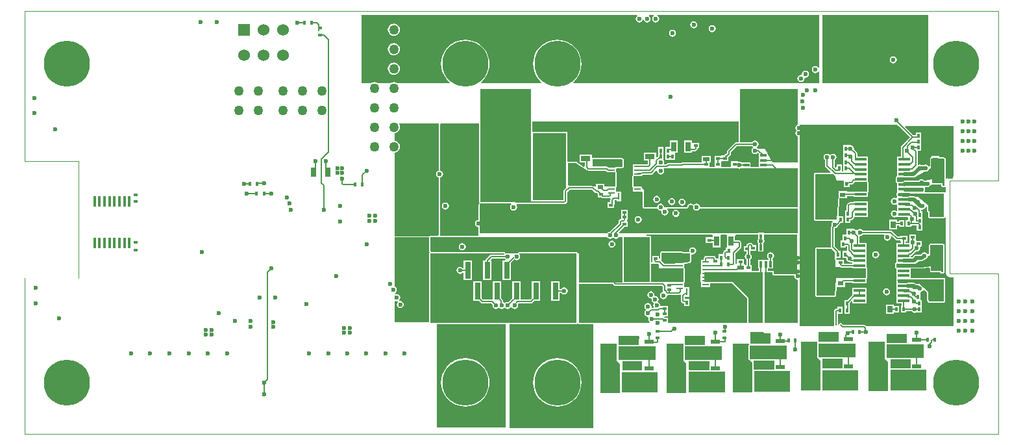
<source format=gtl>
G04*
G04 #@! TF.GenerationSoftware,Altium Limited,Altium Designer,19.1.5 (86)*
G04*
G04 Layer_Physical_Order=1*
G04 Layer_Color=255*
%FSLAX44Y44*%
%MOMM*%
G71*
G01*
G75*
%ADD12C,0.2000*%
%ADD15C,0.5000*%
%ADD17C,0.1000*%
%ADD18R,0.4500X0.6000*%
%ADD19R,0.8000X1.3000*%
%ADD20R,0.6000X0.4000*%
%ADD21R,0.4000X0.6000*%
%ADD22R,0.6000X0.4500*%
%ADD23R,1.2700X0.5588*%
%ADD24R,0.9000X0.2600*%
%ADD25R,0.2600X0.9000*%
%ADD26R,2.0700X3.0700*%
%ADD27R,0.3500X1.4000*%
%ADD28R,0.8000X0.6000*%
%ADD29R,1.0000X1.6000*%
%ADD30R,0.7000X1.3000*%
%ADD31R,1.3000X0.7000*%
%ADD32R,0.7000X0.9000*%
%ADD33R,2.0250X2.6800*%
%ADD34R,1.5700X0.4100*%
%ADD35R,0.5000X0.9000*%
%ADD36R,1.3000X0.8000*%
%ADD37R,0.9000X0.5000*%
%ADD38R,0.3500X0.8500*%
%ADD39R,5.4100X1.8800*%
%ADD40R,1.3716X0.5080*%
%ADD41R,1.4224X5.4102*%
%ADD42R,1.6000X1.0000*%
%ADD43R,0.8500X0.3500*%
%ADD44R,0.7366X2.2352*%
%ADD62C,1.2700*%
%ADD63C,6.0000*%
%ADD64C,1.5240*%
%ADD65R,1.5240X1.5240*%
%ADD66C,0.6000*%
G36*
X1036320Y477806D02*
X1035050Y477421D01*
X1034502Y478242D01*
X1033005Y479241D01*
X1031240Y479593D01*
X1029475Y479241D01*
X1027978Y478242D01*
X1026979Y476745D01*
X1026627Y474980D01*
X1026979Y473215D01*
X1027978Y471718D01*
X1029475Y470718D01*
X1031240Y470367D01*
X1033005Y470718D01*
X1034502Y471718D01*
X1035050Y472539D01*
X1036320Y472154D01*
Y457200D01*
X715584Y457200D01*
X715145Y458391D01*
X716970Y459950D01*
X720192Y463723D01*
X722785Y467954D01*
X724684Y472538D01*
X725842Y477363D01*
X726232Y482310D01*
X725842Y487257D01*
X724684Y492082D01*
X722785Y496666D01*
X720192Y500897D01*
X716970Y504670D01*
X713197Y507892D01*
X708966Y510485D01*
X704382Y512384D01*
X699557Y513542D01*
X694610Y513932D01*
X689663Y513542D01*
X684838Y512384D01*
X680254Y510485D01*
X676023Y507892D01*
X672250Y504670D01*
X669028Y500897D01*
X666435Y496666D01*
X664536Y492082D01*
X663378Y487257D01*
X662989Y482310D01*
X663378Y477363D01*
X664536Y472538D01*
X666435Y467954D01*
X669028Y463723D01*
X672250Y459950D01*
X674075Y458391D01*
X673636Y457200D01*
X595584D01*
X595145Y458391D01*
X596970Y459950D01*
X600192Y463723D01*
X602785Y467954D01*
X604684Y472538D01*
X605842Y477363D01*
X606231Y482310D01*
X605842Y487257D01*
X604684Y492082D01*
X602785Y496666D01*
X600192Y500897D01*
X596970Y504670D01*
X593197Y507892D01*
X588966Y510485D01*
X584382Y512384D01*
X579557Y513542D01*
X574610Y513932D01*
X569663Y513542D01*
X564838Y512384D01*
X560254Y510485D01*
X556023Y507892D01*
X552250Y504670D01*
X549028Y500897D01*
X546435Y496666D01*
X544536Y492082D01*
X543378Y487257D01*
X542989Y482310D01*
X543378Y477363D01*
X544536Y472538D01*
X546435Y467954D01*
X549028Y463723D01*
X552250Y459950D01*
X554075Y458391D01*
X553636Y457200D01*
X485989D01*
X485301Y457728D01*
X483386Y458521D01*
X481330Y458792D01*
X479274Y458521D01*
X477359Y457728D01*
X476671Y457200D01*
X460589D01*
X459901Y457728D01*
X457985Y458521D01*
X455930Y458792D01*
X453875Y458521D01*
X451959Y457728D01*
X451271Y457200D01*
X439420D01*
X439420Y546082D01*
X798517D01*
X798902Y544812D01*
X798108Y544282D01*
X797109Y542785D01*
X796757Y541020D01*
X797109Y539255D01*
X798108Y537758D01*
X799605Y536758D01*
X801370Y536407D01*
X803135Y536758D01*
X804632Y537758D01*
X805631Y539255D01*
X805803Y540115D01*
X807097D01*
X807269Y539255D01*
X808268Y537758D01*
X809765Y536758D01*
X811530Y536407D01*
X813295Y536758D01*
X814792Y537758D01*
X815791Y539255D01*
X816143Y541020D01*
X815791Y542785D01*
X814792Y544282D01*
X813998Y544812D01*
X814383Y546082D01*
X820107D01*
X820492Y544812D01*
X819698Y544282D01*
X818699Y542785D01*
X818347Y541020D01*
X818699Y539255D01*
X819698Y537758D01*
X821195Y536758D01*
X822960Y536407D01*
X824725Y536758D01*
X826222Y537758D01*
X827222Y539255D01*
X827573Y541020D01*
X827222Y542785D01*
X826222Y544282D01*
X825428Y544812D01*
X825813Y546082D01*
X1036320D01*
X1036320Y477806D01*
D02*
G37*
G36*
X1178560Y457355D02*
X1040130D01*
X1040130Y546082D01*
X1178560D01*
X1178560Y457355D01*
D02*
G37*
G36*
X1008156Y403095D02*
X1007885Y403041D01*
X1006388Y402042D01*
X1005388Y400545D01*
X1005037Y398780D01*
X1005388Y397015D01*
X1006330Y395605D01*
X1005388Y394195D01*
X1005037Y392430D01*
X1005388Y390665D01*
X1006388Y389168D01*
X1007885Y388168D01*
X1008156Y388115D01*
Y356870D01*
Y354330D01*
X975360D01*
X968844Y365699D01*
Y366644D01*
X968302D01*
X965509Y371517D01*
X958499D01*
X957855Y371948D01*
X956870Y372144D01*
X956221D01*
X955762Y372832D01*
X955291Y373146D01*
Y374416D01*
X955762Y374731D01*
X956761Y376227D01*
X957113Y377993D01*
X956761Y379758D01*
X955762Y381254D01*
X954265Y382254D01*
X952500Y382605D01*
X950735Y382254D01*
X949238Y381254D01*
X948779Y380566D01*
X933226D01*
X933226Y449356D01*
X933450Y449580D01*
X1008156D01*
Y403095D01*
D02*
G37*
G36*
X931576Y380566D02*
X928073D01*
X927088Y380370D01*
X926254Y379812D01*
X916834Y370393D01*
X916276Y369558D01*
X916080Y368573D01*
Y366431D01*
X914938Y365288D01*
X914400D01*
X913415Y365092D01*
X912580Y364534D01*
X912022Y363699D01*
X911870Y362934D01*
X908606D01*
Y362684D01*
X899716D01*
Y355136D01*
X899716D01*
Y354734D01*
X899716D01*
Y348360D01*
X893524D01*
Y354236D01*
X895024D01*
Y362284D01*
X882976D01*
Y354236D01*
X881893Y353783D01*
X857730D01*
X856745Y353588D01*
X856670Y353537D01*
X839722D01*
X838737Y353342D01*
X837902Y352784D01*
X836297Y351179D01*
X834327D01*
X833798Y352170D01*
X833789Y352449D01*
X834123Y354129D01*
X833772Y355894D01*
X833558Y356216D01*
X833414Y357426D01*
X833414Y357426D01*
X833414Y357426D01*
Y365046D01*
Y374094D01*
X826366D01*
Y362215D01*
X825700Y361770D01*
X824537Y360607D01*
X823364Y361093D01*
Y366364D01*
X807316D01*
Y356316D01*
X812766D01*
Y351586D01*
X812724Y351543D01*
X805194D01*
Y351794D01*
X793146D01*
Y346146D01*
Y337361D01*
X793028Y337312D01*
X792544Y336146D01*
Y322580D01*
X793028Y321414D01*
X793146Y321365D01*
Y316146D01*
X805194D01*
X806070Y315239D01*
Y295910D01*
X806554Y294744D01*
X807720Y294260D01*
X824697D01*
X824773Y294292D01*
X825049Y294145D01*
X826048Y292648D01*
X827545Y291649D01*
X829310Y291297D01*
X830351Y290210D01*
X830221Y289560D01*
X830573Y287795D01*
X831572Y286298D01*
X833069Y285299D01*
X834834Y284947D01*
X836599Y285299D01*
X838096Y286298D01*
X839096Y287795D01*
X839447Y289560D01*
X839096Y291325D01*
X838096Y292822D01*
X837843Y292990D01*
X838228Y294260D01*
X864183D01*
X864627Y294445D01*
X865099Y294538D01*
X865193Y294679D01*
X865349Y294744D01*
X865533Y295188D01*
X865800Y295588D01*
X866068Y296936D01*
X866704Y297886D01*
X867654Y298522D01*
X868776Y298745D01*
X869898Y298522D01*
X870713Y297977D01*
X871090Y297902D01*
X871424Y297712D01*
X871911Y297036D01*
X871687Y295910D01*
X872038Y294145D01*
X873038Y292648D01*
X874535Y291649D01*
X876300Y291297D01*
X878065Y291649D01*
X879562Y292648D01*
X880562Y294145D01*
X880837Y294292D01*
X880913Y294260D01*
X1008380D01*
Y261620D01*
X963974D01*
Y262334D01*
X956426D01*
Y261620D01*
X775745D01*
X775219Y262890D01*
X782435Y270106D01*
X786844D01*
Y277154D01*
X786007D01*
X785257Y278352D01*
X785570Y279004D01*
X785695Y279106D01*
X786844D01*
Y285346D01*
Y292394D01*
X777796D01*
Y280632D01*
X777290Y280532D01*
X776455Y279974D01*
X774976Y278495D01*
X774418Y277660D01*
X774223Y276675D01*
Y274867D01*
X762992Y263637D01*
X761505Y263342D01*
X760008Y262342D01*
X759526Y261620D01*
X593725D01*
Y269498D01*
X593725Y269498D01*
Y279142D01*
X593725Y279142D01*
Y298998D01*
X593725Y298998D01*
X593725Y299222D01*
X593793Y299386D01*
Y299486D01*
X593982Y299750D01*
X593991Y299790D01*
X594008Y299802D01*
X594484Y300610D01*
X634146D01*
X634531Y299340D01*
X634278Y299172D01*
X633279Y297675D01*
X632927Y295910D01*
X633279Y294145D01*
X634278Y292648D01*
X635775Y291649D01*
X637540Y291297D01*
X639305Y291649D01*
X640802Y292648D01*
X641802Y294145D01*
X642153Y295910D01*
X641802Y297675D01*
X641306Y298417D01*
X641985Y299687D01*
X703814D01*
X704799Y299882D01*
X705634Y300440D01*
X706806Y301612D01*
X707364Y302447D01*
X707559Y303431D01*
Y315300D01*
X710996Y318736D01*
X739555D01*
X743705Y314586D01*
X744540Y314028D01*
X745525Y313832D01*
X746244D01*
X747316Y312760D01*
Y308566D01*
X751990D01*
X752020Y308520D01*
X752560Y307980D01*
X753395Y307422D01*
X754380Y307227D01*
X761920D01*
X762905Y307422D01*
X763513Y307829D01*
X764429Y306913D01*
X764162Y306515D01*
X763967Y305530D01*
Y302144D01*
X760016D01*
Y294596D01*
X769064D01*
Y299371D01*
X769113Y299620D01*
Y304464D01*
X769416Y304767D01*
X771996D01*
Y303596D01*
X777644D01*
Y315644D01*
X771996Y315644D01*
X771494Y316706D01*
Y321365D01*
X771612Y321414D01*
X772096Y322580D01*
Y341146D01*
X771612Y342312D01*
X771494Y342361D01*
Y345670D01*
X771602Y345931D01*
X771834Y346163D01*
X771970Y346491D01*
Y346694D01*
X779452D01*
X779755Y346820D01*
X780083Y346820D01*
X780315Y346916D01*
X780547Y347148D01*
X780618Y347178D01*
X780648Y347249D01*
X780875Y347476D01*
X780946Y347506D01*
X780976Y347577D01*
X781208Y347809D01*
X781304Y348041D01*
Y348369D01*
X781430Y348672D01*
X781430Y357006D01*
X780946Y358172D01*
X779812Y359306D01*
X778646Y359790D01*
X740410D01*
X739544Y360368D01*
Y363774D01*
X723496D01*
Y353726D01*
X730217D01*
Y348971D01*
X728947Y348292D01*
X719735Y354432D01*
X719264Y354526D01*
X718820Y354710D01*
X708660Y354710D01*
X707770Y355304D01*
X707770Y392430D01*
X707286Y393596D01*
X706120Y394080D01*
X662940D01*
X662050Y394674D01*
Y407670D01*
X931576D01*
X931576Y380566D01*
D02*
G37*
G36*
X949238Y374731D02*
X949709Y374416D01*
Y373146D01*
X949238Y372832D01*
X948239Y371335D01*
X947887Y369570D01*
X948239Y367805D01*
X949238Y366308D01*
X950735Y365308D01*
X952500Y364957D01*
X954265Y365308D01*
X955762Y366308D01*
X956427Y366374D01*
X957296Y365505D01*
Y360096D01*
Y348360D01*
X946844D01*
Y353644D01*
X935558D01*
X935517Y353707D01*
X934020Y354706D01*
X932255Y355058D01*
X931624Y354932D01*
X930354Y355644D01*
Y355644D01*
X921306D01*
Y348360D01*
X908764D01*
Y354734D01*
X908764Y354734D01*
X909049Y355886D01*
X917654D01*
Y360781D01*
X917824Y360895D01*
X920474Y363545D01*
X921032Y364380D01*
X921227Y365364D01*
Y367507D01*
X929139Y375419D01*
X948779D01*
X949238Y374731D01*
D02*
G37*
G36*
X779780Y357006D02*
X779780Y348672D01*
X779684Y348440D01*
X779452Y348344D01*
X770446D01*
Y347122D01*
X770310Y346794D01*
X761745D01*
X760794Y347746D01*
X759959Y348303D01*
X758974Y348499D01*
X740410D01*
X740410Y358140D01*
X778646D01*
X779780Y357006D01*
D02*
G37*
G36*
X1199336Y358404D02*
Y323555D01*
X1196744D01*
Y326944D01*
X1183392D01*
Y332300D01*
X1178167Y330828D01*
X1177290Y331003D01*
X1175525Y330652D01*
X1174428Y329919D01*
X1173602D01*
X1172932Y330922D01*
X1171435Y331922D01*
X1169670Y332273D01*
X1167905Y331922D01*
X1166408Y330922D01*
X1165738Y329919D01*
X1147886D01*
X1146316Y329607D01*
X1145354Y328964D01*
X1138086D01*
Y334816D01*
X1145566D01*
X1145890Y334599D01*
X1147460Y334287D01*
X1149030Y334599D01*
X1149200Y334713D01*
X1159236D01*
X1159753Y334816D01*
X1160462D01*
X1174350Y342303D01*
X1175385Y342097D01*
X1177150Y342449D01*
X1178647Y343448D01*
X1179647Y344945D01*
X1179694Y345185D01*
X1182260Y346568D01*
X1182260Y358970D01*
X1198770D01*
X1199336Y358404D01*
D02*
G37*
G36*
X929702Y346710D02*
X930490Y346184D01*
X932255Y345832D01*
X934020Y346184D01*
X934808Y346710D01*
X1008380Y346710D01*
Y295910D01*
X880913D01*
X880562Y297675D01*
X879562Y299172D01*
X878065Y300172D01*
X876300Y300523D01*
X874535Y300172D01*
X873038Y299172D01*
X871629Y299349D01*
X870541Y300075D01*
X868776Y300427D01*
X867011Y300075D01*
X865514Y299076D01*
X864514Y297579D01*
X864183Y295910D01*
X833923D01*
X833571Y297675D01*
X832572Y299172D01*
X831075Y300172D01*
X829310Y300523D01*
X827545Y300172D01*
X826048Y299172D01*
X825049Y297675D01*
X824697Y295910D01*
X807720D01*
Y318770D01*
X805194Y321296D01*
Y321794D01*
X804696D01*
X803910Y322580D01*
X794194D01*
Y336146D01*
X805194D01*
Y337140D01*
X805659Y337450D01*
X806081Y337873D01*
X816696D01*
X817681Y338068D01*
X818516Y338626D01*
X823555Y343665D01*
X824725Y343040D01*
X824697Y342900D01*
X825049Y341135D01*
X826048Y339638D01*
X827545Y338638D01*
X829310Y338287D01*
X831075Y338638D01*
X832572Y339638D01*
X833571Y341135D01*
X833923Y342900D01*
X833571Y344665D01*
X833407Y344912D01*
X834005Y346032D01*
X837363D01*
X838348Y346228D01*
X839070Y346710D01*
X929702Y346710D01*
D02*
G37*
G36*
X1211580Y335298D02*
X1206500D01*
X1204549Y334910D01*
X1202895Y333805D01*
X1202255Y332847D01*
X1200985Y333233D01*
Y358404D01*
X1200502Y359571D01*
X1199936Y360136D01*
X1198770Y360620D01*
X1193134D01*
Y362354D01*
X1183086D01*
Y360620D01*
X1182260D01*
X1181094Y360136D01*
X1180610Y358970D01*
X1180611Y349319D01*
X1179340Y348933D01*
X1178647Y349972D01*
X1177150Y350971D01*
X1175385Y351323D01*
X1173620Y350971D01*
X1173382Y350813D01*
X1169768D01*
X1169530Y350971D01*
X1167765Y351323D01*
X1166000Y350971D01*
X1165893Y350900D01*
X1164623Y351579D01*
Y368015D01*
X1165314Y368856D01*
X1169384D01*
Y376476D01*
Y384096D01*
Y393144D01*
X1162336D01*
Y389193D01*
X1159331D01*
X1148378Y400147D01*
X1148864Y401320D01*
X1211580D01*
Y335298D01*
D02*
G37*
G36*
X718820Y353060D02*
X733281Y343420D01*
X734507D01*
X734844Y343353D01*
X757908D01*
X758910Y342350D01*
X759446Y341992D01*
Y341146D01*
X770446D01*
Y322580D01*
X756094D01*
Y326454D01*
X745046D01*
Y322580D01*
X740057D01*
X739690Y323130D01*
X738855Y323688D01*
X737870Y323884D01*
X709930D01*
X708660Y324908D01*
Y353060D01*
X718820Y353060D01*
D02*
G37*
G36*
X1183392Y325294D02*
X1195094D01*
Y323555D01*
X1195578Y322389D01*
X1196744Y321906D01*
X1199336D01*
X1200132Y322235D01*
X1201402Y321629D01*
Y314902D01*
X1200132Y314650D01*
X1200046Y314856D01*
X1198880Y315340D01*
X1174346D01*
X1173667Y316610D01*
X1173932Y317005D01*
X1174283Y318770D01*
X1173950Y320443D01*
X1173967Y320731D01*
X1174492Y321713D01*
X1176716D01*
X1177164Y321802D01*
X1177290Y321777D01*
X1179055Y322128D01*
X1180552Y323128D01*
X1181552Y324625D01*
X1181579Y324764D01*
X1183011Y325452D01*
X1183392Y325294D01*
D02*
G37*
G36*
X1139926Y401320D02*
X1154626Y386620D01*
X1143276Y375271D01*
X1142718Y374436D01*
X1142523Y373451D01*
Y361464D01*
X1138086D01*
Y354316D01*
Y347816D01*
Y336466D01*
X1136920Y335982D01*
X1136650Y335332D01*
X1136436Y334816D01*
Y328964D01*
X1136920Y327798D01*
X1138086Y327314D01*
Y314816D01*
X1138062Y314758D01*
X1137969Y314705D01*
X1137188Y313704D01*
X1137159Y313601D01*
X1137073Y313538D01*
X1136994Y313006D01*
X1136851Y312487D01*
X1136903Y312395D01*
X1136887Y312289D01*
X1137590Y309480D01*
X1137837Y309146D01*
X1137983Y308756D01*
X1137698Y307954D01*
X1136387Y307449D01*
X1135875Y307792D01*
X1134110Y308143D01*
X1132345Y307792D01*
X1130848Y306792D01*
X1129848Y305295D01*
X1129497Y303530D01*
X1129848Y301765D01*
X1130848Y300268D01*
X1132345Y299268D01*
X1134110Y298917D01*
X1135875Y299268D01*
X1136816Y299897D01*
X1138086Y299226D01*
Y291324D01*
X1136816Y290653D01*
X1135875Y291282D01*
X1134110Y291633D01*
X1132345Y291282D01*
X1130848Y290282D01*
X1129848Y288785D01*
X1129497Y287020D01*
X1129848Y285255D01*
X1130848Y283758D01*
X1132345Y282759D01*
X1134110Y282407D01*
X1135875Y282759D01*
X1136816Y283387D01*
X1138086Y282816D01*
Y282816D01*
X1151552D01*
X1152532Y281546D01*
X1152357Y280670D01*
X1152468Y280114D01*
X1151426Y278844D01*
X1149206D01*
Y269796D01*
X1156254D01*
Y270389D01*
X1156970Y271476D01*
X1163606D01*
Y264716D01*
X1170654D01*
Y273606D01*
X1171234D01*
Y281226D01*
Y290274D01*
X1169284D01*
Y291206D01*
X1169202Y291618D01*
X1170104Y292683D01*
X1170179Y292719D01*
X1170940Y292567D01*
X1172705Y292918D01*
X1174202Y293918D01*
X1175201Y295415D01*
X1175308Y295950D01*
X1175668Y296318D01*
X1176733Y296605D01*
X1176910Y296451D01*
Y290274D01*
X1177394Y289108D01*
X1178560Y288624D01*
X1178584D01*
Y283210D01*
X1179068Y282044D01*
X1180234Y281560D01*
X1198880D01*
X1200046Y282044D01*
X1200132Y282250D01*
X1201402Y281998D01*
Y209550D01*
X1201790Y207599D01*
X1202895Y205945D01*
X1204549Y204840D01*
X1206500Y204452D01*
X1211580D01*
Y140970D01*
X1142776D01*
Y140335D01*
X1097744D01*
X1096560Y141520D01*
X1095725Y142078D01*
X1094740Y142274D01*
X1067866D01*
X1066080Y144060D01*
X1065245Y144618D01*
X1064260Y144813D01*
X1063275Y144618D01*
X1062440Y144060D01*
X1061882Y143225D01*
X1061753Y142576D01*
X1060483Y142702D01*
Y156766D01*
X1067094D01*
Y165814D01*
X1060046D01*
Y163864D01*
X1059082D01*
X1058097Y163668D01*
X1057262Y163110D01*
X1056090Y161938D01*
X1055532Y161103D01*
X1055337Y160118D01*
Y142240D01*
X1055463Y141605D01*
X1054895Y140612D01*
X1054620Y140335D01*
X1010920D01*
Y403225D01*
X1138021D01*
X1139926Y401320D01*
D02*
G37*
G36*
X706120Y321139D02*
X703166Y318186D01*
X702608Y317351D01*
X702412Y316366D01*
Y304833D01*
X662940D01*
X662940Y392430D01*
X706120D01*
X706120Y321139D01*
D02*
G37*
G36*
X660400Y302366D02*
X660090Y302260D01*
X594483D01*
Y302290D01*
X594360Y302588D01*
Y405130D01*
X594360Y405130D01*
X594360Y405130D01*
Y449580D01*
X660400D01*
Y302366D01*
D02*
G37*
G36*
X1198880Y283210D02*
X1180234D01*
Y290274D01*
X1178560D01*
Y298450D01*
X1165052Y308956D01*
X1161967Y309067D01*
X1161686Y309254D01*
X1160116Y309567D01*
X1152810D01*
X1152293Y309464D01*
X1150839D01*
X1139190Y309880D01*
X1138488Y312689D01*
X1139269Y313690D01*
X1198880D01*
Y283210D01*
D02*
G37*
G36*
X591537Y405130D02*
X592710Y405130D01*
Y302588D01*
X592834Y302290D01*
Y302260D01*
X592836Y302255D01*
Y301957D01*
X592960Y301659D01*
X593062Y301447D01*
X592586Y300639D01*
X592451Y300450D01*
X592375Y300124D01*
X592269Y300017D01*
X592201Y299853D01*
Y299629D01*
X592143Y299490D01*
Y299386D01*
X592075Y299222D01*
Y299036D01*
X592075Y299036D01*
Y279142D01*
X591820Y278933D01*
X590055Y278582D01*
X588558Y277582D01*
X587559Y276085D01*
X587207Y274320D01*
X587559Y272555D01*
X588558Y271058D01*
X590055Y270058D01*
X591820Y269707D01*
X592075Y269498D01*
Y259080D01*
X591641Y258430D01*
X541641D01*
X541641Y334601D01*
X542785Y334828D01*
X544282Y335828D01*
X545281Y337325D01*
X545633Y339090D01*
X545281Y340855D01*
X544282Y342352D01*
X542785Y343352D01*
X541641Y343579D01*
Y403860D01*
X542911Y405130D01*
X591537Y405130D01*
D02*
G37*
G36*
X539992Y403860D02*
Y343579D01*
X539255Y343352D01*
X537758Y342352D01*
X536758Y340855D01*
X536407Y339090D01*
X536758Y337325D01*
X537758Y335828D01*
X539255Y334828D01*
X539992Y334601D01*
X539992Y259700D01*
X538997Y258430D01*
X530249D01*
X530089Y258363D01*
X529919Y258396D01*
X529067Y258222D01*
X528943Y258138D01*
X528773Y258104D01*
X528625Y258003D01*
X528474Y257972D01*
X528350Y257889D01*
X528298Y257810D01*
X482600Y257810D01*
X482600Y366875D01*
X483386Y366979D01*
X485301Y367772D01*
X486946Y369034D01*
X488208Y370679D01*
X489001Y372594D01*
X489272Y374650D01*
X489001Y376706D01*
X488208Y378621D01*
X486946Y380266D01*
X485301Y381528D01*
X483386Y382321D01*
X482600Y382425D01*
Y392275D01*
X483386Y392379D01*
X485301Y393172D01*
X486946Y394434D01*
X488208Y396079D01*
X489001Y397994D01*
X489272Y400050D01*
X489001Y402105D01*
X488275Y403860D01*
X488758Y405130D01*
X539992Y405130D01*
Y403860D01*
D02*
G37*
G36*
X779780Y244471D02*
X779780Y198014D01*
X778944Y197090D01*
X722630D01*
Y235533D01*
X721480D01*
X720997Y236699D01*
X719830Y237182D01*
X645205D01*
X644968Y237084D01*
X644714Y237107D01*
X644407Y236852D01*
X644038Y236699D01*
X643940Y236463D01*
X643744Y236299D01*
X643403Y235648D01*
X642144Y235595D01*
X641350Y235753D01*
X640244Y235533D01*
X631026D01*
X629920Y235753D01*
X628814Y235533D01*
X627144D01*
X626784Y236263D01*
X626577Y236444D01*
X626471Y236699D01*
X626120Y236845D01*
X625835Y237095D01*
X625560Y237077D01*
X625305Y237182D01*
X529676D01*
X529588Y237417D01*
X529500Y237904D01*
X529372Y237992D01*
X529318Y238137D01*
X529300Y238156D01*
X529203Y238416D01*
X529182Y238438D01*
Y238468D01*
X529076Y238724D01*
Y255284D01*
X529104Y256488D01*
X529274Y256522D01*
X529397Y256606D01*
X530249Y256780D01*
X759366D01*
X760008Y255818D01*
X761505Y254818D01*
X763270Y254467D01*
X765035Y254818D01*
X766234Y255620D01*
X767080Y255740D01*
X767926Y255620D01*
X769125Y254818D01*
X770890Y254467D01*
X772655Y254818D01*
X774152Y255818D01*
X774794Y256780D01*
X779780D01*
Y244471D01*
D02*
G37*
G36*
X896183Y259766D02*
X897336Y259484D01*
X897336Y257693D01*
X897334Y256424D01*
X888286D01*
Y248876D01*
X897334D01*
X897336Y247607D01*
Y243436D01*
X907384D01*
Y258496D01*
X908537Y259766D01*
X915183D01*
X916336Y259484D01*
Y243436D01*
X915129Y243284D01*
X914356D01*
Y240055D01*
X913415Y239868D01*
X912580Y239310D01*
X911334Y238064D01*
X910776Y237229D01*
X910581Y236244D01*
Y234394D01*
X905106D01*
Y230101D01*
X904954Y228894D01*
X901690D01*
X901538Y229659D01*
X900980Y230494D01*
X899808Y231666D01*
X898973Y232224D01*
X897988Y232419D01*
X894945D01*
X894824Y232444D01*
X889242D01*
X888257Y232248D01*
X887422Y231690D01*
X886250Y230518D01*
X885692Y229683D01*
X885497Y228698D01*
Y227334D01*
X882046D01*
Y216686D01*
Y208100D01*
X860996D01*
Y215900D01*
X860512Y217066D01*
X860394Y217115D01*
Y221119D01*
X860512Y221168D01*
X860954Y222234D01*
X864244D01*
X864585Y222376D01*
X864697Y222354D01*
X866209Y222654D01*
X866266Y222624D01*
X866799Y222785D01*
X867345Y222894D01*
X867392Y222965D01*
X867475Y222990D01*
X868456Y223796D01*
X868497Y223872D01*
X868576Y223905D01*
X868789Y224419D01*
X869052Y224909D01*
X869027Y224991D01*
X869060Y225071D01*
X869060Y233351D01*
X870330Y234324D01*
X871220Y234147D01*
X872985Y234499D01*
X874482Y235498D01*
X875481Y236995D01*
X875833Y238760D01*
X875481Y240525D01*
X874482Y242022D01*
X872985Y243022D01*
X871220Y243373D01*
X869455Y243022D01*
X867958Y242022D01*
X866958Y240525D01*
X866607Y238760D01*
X866716Y238212D01*
X865911Y237230D01*
X859273Y237230D01*
X858895Y237386D01*
X858788D01*
X857925Y237744D01*
X857597D01*
X857294Y237869D01*
X830908Y237869D01*
X830605Y237744D01*
X830277D01*
X829949Y237608D01*
X829717Y237376D01*
X829414Y237250D01*
X829288Y236947D01*
X829056Y236715D01*
Y236387D01*
X828930Y236084D01*
X828930Y229315D01*
X827660Y228510D01*
X827484Y228594D01*
Y232234D01*
X818436D01*
Y225186D01*
X818436D01*
X818440Y225170D01*
X817424Y223900D01*
X816990D01*
Y256540D01*
X816506Y257706D01*
X815340Y258190D01*
X810676D01*
Y259766D01*
X896183Y259766D01*
D02*
G37*
G36*
X719830Y144780D02*
X530153Y144780D01*
X529076Y145363D01*
Y235205D01*
X529212Y235533D01*
X529212Y235533D01*
X625305D01*
X625932Y234263D01*
X625511Y233713D01*
X608330D01*
X607345Y233518D01*
X606510Y232960D01*
X601430Y227880D01*
X600872Y227045D01*
X600722Y226289D01*
X598043D01*
Y200889D01*
X608457D01*
Y226289D01*
X608457D01*
X608065Y227236D01*
X609396Y228566D01*
X626199D01*
X626658Y227878D01*
X627136Y227559D01*
X626751Y226289D01*
X623443D01*
Y200889D01*
X633857D01*
Y222650D01*
X638686Y227479D01*
X639585Y226879D01*
X641350Y226527D01*
X643115Y226879D01*
X644612Y227878D01*
X645611Y229375D01*
X645963Y231140D01*
X645611Y232905D01*
X644705Y234263D01*
X644864Y234882D01*
X645205Y235533D01*
X719830D01*
X719830Y144780D01*
D02*
G37*
G36*
X858157Y235862D02*
X858264D01*
X858945Y235581D01*
X867410Y235580D01*
X867410Y225071D01*
X866428Y224265D01*
X866140Y224323D01*
X864375Y223972D01*
X864244Y223884D01*
X859346D01*
Y222334D01*
X848346D01*
Y222250D01*
X834219D01*
X830580Y225889D01*
X830580Y236084D01*
X830908Y236220D01*
X857294Y236220D01*
X858157Y235862D01*
D02*
G37*
G36*
X956426Y259766D02*
Y254074D01*
X955859Y253225D01*
X955507Y251460D01*
X955859Y249695D01*
X956696Y248441D01*
Y237636D01*
X963244D01*
Y248106D01*
X963382Y248198D01*
X964381Y249695D01*
X964733Y251460D01*
X964381Y253225D01*
X963974Y253835D01*
Y259766D01*
X1007110D01*
X1007110Y208100D01*
X977184D01*
Y212494D01*
X969044D01*
Y215636D01*
X976244D01*
Y227184D01*
X975544D01*
Y228789D01*
X976082Y229148D01*
X977082Y230645D01*
X977433Y232410D01*
X977082Y234175D01*
X976082Y235672D01*
X974585Y236672D01*
X972820Y237023D01*
X971055Y236672D01*
X969558Y235672D01*
X968559Y234175D01*
X968207Y232410D01*
X968559Y230645D01*
X969558Y229148D01*
X970397Y228588D01*
Y227184D01*
X956696D01*
Y215636D01*
X957396D01*
Y212494D01*
X949167D01*
X948135Y213065D01*
X948134Y213763D01*
Y220114D01*
X946163D01*
Y227419D01*
X946852Y227878D01*
X947851Y229375D01*
X948203Y231140D01*
X947851Y232905D01*
X946852Y234402D01*
X946163Y234861D01*
Y237606D01*
X946864D01*
Y239046D01*
X954484D01*
Y246094D01*
X950745D01*
X950718Y246231D01*
X950160Y247066D01*
X948800Y248426D01*
X947965Y248984D01*
X946980Y249179D01*
X944782D01*
X943797Y248984D01*
X942962Y248426D01*
X941790Y247254D01*
X941232Y246419D01*
X941037Y245434D01*
Y245154D01*
X937816D01*
Y237606D01*
X941017D01*
Y234861D01*
X940328Y234402D01*
X939329Y232905D01*
X938977Y231140D01*
X939329Y229375D01*
X940328Y227878D01*
X941017Y227419D01*
Y220114D01*
X939474D01*
Y221074D01*
X937974D01*
Y227624D01*
X928926D01*
Y222158D01*
X928311Y221902D01*
X928197Y221933D01*
X927133Y222768D01*
Y235252D01*
X933901Y242020D01*
X934459Y242855D01*
X934655Y243840D01*
Y249018D01*
X934459Y250003D01*
X933901Y250838D01*
X932730Y252010D01*
X931895Y252568D01*
X930910Y252764D01*
X926384D01*
Y258496D01*
X927537Y259766D01*
X956426D01*
D02*
G37*
G36*
X823051Y222241D02*
X825872D01*
X826770Y221343D01*
X826770Y215900D01*
X859346Y215900D01*
Y198120D01*
X845264D01*
Y198164D01*
X836216D01*
Y198120D01*
X816990D01*
Y222250D01*
X823004D01*
X823051Y222241D01*
D02*
G37*
G36*
X815340Y222250D02*
Y198153D01*
X783590D01*
X782888Y198014D01*
X781430D01*
X781430Y256540D01*
X815340Y256540D01*
Y222250D01*
D02*
G37*
G36*
X882046Y191686D02*
X894094D01*
Y196470D01*
X922607Y196470D01*
X941960Y177117D01*
Y144780D01*
X838914D01*
Y151424D01*
X834806D01*
X834587Y151593D01*
X834166Y152127D01*
X834658Y153376D01*
X838914D01*
Y159616D01*
Y166664D01*
X829943D01*
X829914Y166670D01*
X828843Y167640D01*
X828492Y169405D01*
X827492Y170902D01*
X825995Y171901D01*
X825750Y172494D01*
X826419Y173495D01*
X826770Y175260D01*
X826419Y177025D01*
X825419Y178522D01*
X823923Y179522D01*
X822157Y179873D01*
X821093Y180956D01*
X821223Y181610D01*
X820872Y183375D01*
X819872Y184872D01*
X818375Y185872D01*
X816610Y186223D01*
X814845Y185872D01*
X813348Y184872D01*
X812348Y183375D01*
X811997Y181610D01*
X812348Y179845D01*
X813348Y178348D01*
X814845Y177348D01*
X816610Y176997D01*
X817675Y175914D01*
X817545Y175260D01*
X817896Y173495D01*
X818896Y171998D01*
X820392Y170998D01*
X820638Y170406D01*
X819968Y169405D01*
X819617Y167640D01*
X819968Y165875D01*
X820167Y165577D01*
X819488Y164307D01*
X818274D01*
X817255Y165578D01*
X817413Y166370D01*
X817061Y168135D01*
X816062Y169632D01*
X814565Y170632D01*
X812800Y170983D01*
X811035Y170632D01*
X809538Y169632D01*
X808539Y168135D01*
X808187Y166370D01*
X808539Y164605D01*
X809538Y163108D01*
X810166Y162689D01*
Y161161D01*
X809538Y160742D01*
X808539Y159245D01*
X808187Y157480D01*
X808539Y155715D01*
X809538Y154218D01*
X811035Y153218D01*
X812800Y152867D01*
X812940Y152895D01*
X813703Y151752D01*
X813618Y151625D01*
X813267Y149860D01*
X813618Y148095D01*
X814618Y146598D01*
X815439Y146050D01*
X815054Y144780D01*
X722630D01*
X722630Y194170D01*
X722630Y195440D01*
X767111D01*
X768931Y193621D01*
X769766Y193063D01*
X770750Y192867D01*
X783730D01*
X784432Y193006D01*
X830784D01*
X831816Y191974D01*
Y187484D01*
X832012Y186499D01*
X832359Y185981D01*
X832109Y184971D01*
X831853Y184585D01*
X831451Y184505D01*
X829954Y183505D01*
X828954Y182009D01*
X828603Y180244D01*
X828954Y178479D01*
X829954Y176982D01*
X831451Y175982D01*
X833216Y175631D01*
X834981Y175982D01*
X836478Y176982D01*
X837477Y178479D01*
X837829Y180244D01*
X837765Y180567D01*
X838858Y181576D01*
X853538D01*
X854523Y181772D01*
X855358Y182330D01*
X856198Y181408D01*
X856142Y181325D01*
X855947Y180340D01*
Y173892D01*
X856142Y172907D01*
X856700Y172072D01*
X857872Y170900D01*
X858707Y170342D01*
X859692Y170147D01*
X859746D01*
Y166926D01*
X867294D01*
Y175974D01*
X861094D01*
Y179136D01*
X866544D01*
Y191184D01*
X860896Y191184D01*
X860394Y192246D01*
Y196905D01*
X860512Y196954D01*
X860996Y198120D01*
X882046D01*
Y191686D01*
D02*
G37*
G36*
X527426Y256540D02*
Y238396D01*
X527658Y237837D01*
X527871Y237270D01*
X528113Y237010D01*
X528045Y236699D01*
X527920Y236396D01*
X527688Y236164D01*
X527552Y235836D01*
Y235508D01*
X527426Y235205D01*
Y145363D01*
X527426Y145363D01*
X482600D01*
Y172709D01*
X483870Y173459D01*
X485236Y173187D01*
X485900Y173319D01*
X486399Y172310D01*
X486442Y172132D01*
X485468Y170675D01*
X485117Y168910D01*
X485468Y167145D01*
X486468Y165648D01*
X487964Y164648D01*
X489729Y164297D01*
X491495Y164648D01*
X492991Y165648D01*
X493991Y167145D01*
X494342Y168910D01*
X493991Y170675D01*
X492991Y172172D01*
X491495Y173172D01*
X489729Y173523D01*
X489066Y173391D01*
X488567Y174400D01*
X488524Y174578D01*
X489498Y176035D01*
X489849Y177800D01*
X489498Y179565D01*
X488498Y181062D01*
X487001Y182062D01*
X485236Y182413D01*
X484094Y182185D01*
X483009Y182976D01*
X482990Y184020D01*
X484005Y184698D01*
X485005Y186195D01*
X485356Y187960D01*
X485005Y189725D01*
X484005Y191222D01*
X482600Y192160D01*
X482600Y256540D01*
X527426D01*
X527426Y256540D01*
D02*
G37*
G36*
X975534Y208100D02*
X976018Y206934D01*
X977184Y206450D01*
X1003184D01*
X1003767Y205740D01*
X1004118Y203975D01*
X1005118Y202478D01*
X1006615Y201479D01*
X1008380Y201127D01*
X1008380Y144780D01*
X965200D01*
X965200Y210820D01*
X975534D01*
Y208100D01*
D02*
G37*
G36*
X962660Y210820D02*
X962660Y144780D01*
X943610Y144780D01*
Y177800D01*
X923290Y198120D01*
X886460Y198120D01*
Y210820D01*
X962660Y210820D01*
D02*
G37*
G36*
X722630Y143130D02*
X741680D01*
X741680Y7620D01*
X632460Y7620D01*
X632460Y143130D01*
X719830Y143130D01*
X720997Y143614D01*
X721464Y143614D01*
X722630Y143130D01*
D02*
G37*
G36*
X1061720Y120650D02*
X1035050D01*
X1035050Y133350D01*
X1061720D01*
X1061720Y120650D01*
D02*
G37*
G36*
X1150620Y118490D02*
X1125220D01*
X1123950Y119760D01*
X1123950Y130810D01*
X1150620D01*
X1150620Y118490D01*
D02*
G37*
G36*
X964034Y132184D02*
X965200Y131700D01*
X972820D01*
X972820Y117730D01*
X946150D01*
X946150Y132970D01*
X963708D01*
X964034Y132184D01*
D02*
G37*
G36*
X887555Y115950D02*
X861210D01*
X860903Y116155D01*
Y118110D01*
X860885Y118153D01*
X860885Y128270D01*
X887555D01*
X887555Y115950D01*
D02*
G37*
G36*
X801060D02*
X775660D01*
X774390Y117091D01*
X774390Y128270D01*
X801060D01*
X801060Y115950D01*
D02*
G37*
G36*
X1083310Y100330D02*
X1035430D01*
X1035430Y118110D01*
X1083310D01*
Y100330D01*
D02*
G37*
G36*
X1172210Y99060D02*
X1123950D01*
Y116840D01*
X1172210D01*
Y99060D01*
D02*
G37*
G36*
X994100Y97790D02*
X945840D01*
Y115570D01*
X994100D01*
Y97790D01*
D02*
G37*
G36*
X909470Y96520D02*
X861210D01*
Y114300D01*
X909470D01*
Y96520D01*
D02*
G37*
G36*
X822960D02*
X774700D01*
Y114300D01*
X822960D01*
Y96520D01*
D02*
G37*
G36*
X1155700Y85470D02*
X1130300D01*
X1129030Y86740D01*
X1129030Y97410D01*
X1155700D01*
X1155700Y85470D01*
D02*
G37*
G36*
X1066800Y85344D02*
X1040130D01*
X1040130Y98044D01*
X1066800D01*
X1066800Y85344D01*
D02*
G37*
G36*
X977590Y83820D02*
X950920D01*
X950920Y96140D01*
X977590D01*
X977590Y83820D01*
D02*
G37*
G36*
X892960Y82930D02*
X867560D01*
X866290Y84200D01*
X866290Y94870D01*
X892960D01*
X892960Y82930D01*
D02*
G37*
G36*
X805180D02*
X779780D01*
X779780Y94870D01*
X805180D01*
X805180Y82930D01*
D02*
G37*
G36*
X1176020Y57150D02*
X1129030D01*
Y83820D01*
X1176020D01*
Y57150D01*
D02*
G37*
G36*
X1033780Y119734D02*
X1033780Y99502D01*
X1037590Y95693D01*
X1037590Y57150D01*
X1012190Y57150D01*
X1012190Y120650D01*
X1033400D01*
X1033780Y119734D01*
D02*
G37*
G36*
X1087120Y56515D02*
X1040130D01*
Y83185D01*
X1087120D01*
Y56515D01*
D02*
G37*
G36*
X1121993Y97928D02*
X1125803Y94118D01*
X1125803Y56018D01*
X1100403Y56018D01*
X1100403Y120650D01*
X1121993D01*
X1121993Y97928D01*
D02*
G37*
G36*
X998220Y55245D02*
X951230D01*
Y81915D01*
X998220D01*
Y55245D01*
D02*
G37*
G36*
X913280Y54610D02*
X866290D01*
Y81280D01*
X913280D01*
Y54610D01*
D02*
G37*
G36*
X944500Y117730D02*
X944877Y116821D01*
X944674Y116736D01*
X944190Y115570D01*
Y97790D01*
X944674Y96624D01*
X945503Y96280D01*
X948690Y93093D01*
X948690Y54551D01*
X923290Y54551D01*
X923290Y118051D01*
X944500D01*
Y117730D01*
D02*
G37*
G36*
X825500Y53975D02*
X778510D01*
Y80645D01*
X825500D01*
Y53975D01*
D02*
G37*
G36*
X859253Y118110D02*
Y116155D01*
Y116155D01*
X859253Y95388D01*
X863063Y91578D01*
X863063Y53478D01*
X837663Y53478D01*
X837663Y118110D01*
X859253D01*
Y118110D01*
D02*
G37*
G36*
X772433Y95388D02*
X776243Y91578D01*
X776243Y53478D01*
X750843Y53478D01*
X750843Y118110D01*
X772433D01*
X772433Y95388D01*
D02*
G37*
G36*
X627622Y143130D02*
X627622Y8203D01*
X537210Y8203D01*
X537210Y143130D01*
X627622Y143130D01*
D02*
G37*
%LPC*%
G36*
X872490Y538013D02*
X870725Y537662D01*
X869228Y536662D01*
X868229Y535165D01*
X867877Y533400D01*
X868229Y531635D01*
X869228Y530138D01*
X870725Y529138D01*
X872490Y528787D01*
X874255Y529138D01*
X875752Y530138D01*
X876751Y531635D01*
X877103Y533400D01*
X876751Y535165D01*
X875752Y536662D01*
X874255Y537662D01*
X872490Y538013D01*
D02*
G37*
G36*
X896620Y532933D02*
X894855Y532581D01*
X893358Y531582D01*
X892358Y530085D01*
X892007Y528320D01*
X892358Y526555D01*
X893358Y525058D01*
X894855Y524058D01*
X896620Y523707D01*
X898385Y524058D01*
X899882Y525058D01*
X900882Y526555D01*
X901233Y528320D01*
X900882Y530085D01*
X899882Y531582D01*
X898385Y532581D01*
X896620Y532933D01*
D02*
G37*
G36*
X481330Y534992D02*
X479274Y534721D01*
X477359Y533928D01*
X475714Y532666D01*
X474452Y531021D01*
X473659Y529105D01*
X473388Y527050D01*
X473659Y524995D01*
X474452Y523079D01*
X475714Y521434D01*
X477359Y520172D01*
X479274Y519379D01*
X481330Y519108D01*
X483386Y519379D01*
X485301Y520172D01*
X486946Y521434D01*
X488208Y523079D01*
X489001Y524995D01*
X489272Y527050D01*
X489001Y529105D01*
X488208Y531021D01*
X486946Y532666D01*
X485301Y533928D01*
X483386Y534721D01*
X481330Y534992D01*
D02*
G37*
G36*
X844880Y526913D02*
X843115Y526562D01*
X841618Y525562D01*
X840619Y524065D01*
X840267Y522300D01*
X840619Y520535D01*
X841618Y519038D01*
X843115Y518038D01*
X844880Y517687D01*
X846645Y518038D01*
X848142Y519038D01*
X849141Y520535D01*
X849493Y522300D01*
X849141Y524065D01*
X848142Y525562D01*
X846645Y526562D01*
X844880Y526913D01*
D02*
G37*
G36*
X481330Y509592D02*
X479274Y509321D01*
X477359Y508528D01*
X475714Y507266D01*
X474452Y505621D01*
X473659Y503705D01*
X473388Y501650D01*
X473659Y499594D01*
X474452Y497679D01*
X475714Y496034D01*
X477359Y494772D01*
X479274Y493979D01*
X481330Y493708D01*
X483386Y493979D01*
X485301Y494772D01*
X486946Y496034D01*
X488208Y497679D01*
X489001Y499594D01*
X489272Y501650D01*
X489001Y503705D01*
X488208Y505621D01*
X486946Y507266D01*
X485301Y508528D01*
X483386Y509321D01*
X481330Y509592D01*
D02*
G37*
G36*
Y484192D02*
X479274Y483921D01*
X477359Y483128D01*
X475714Y481866D01*
X474452Y480221D01*
X473659Y478306D01*
X473388Y476250D01*
X473659Y474194D01*
X474452Y472279D01*
X475714Y470634D01*
X477359Y469372D01*
X479274Y468579D01*
X481330Y468308D01*
X483386Y468579D01*
X485301Y469372D01*
X486946Y470634D01*
X488208Y472279D01*
X489001Y474194D01*
X489272Y476250D01*
X489001Y478306D01*
X488208Y480221D01*
X486946Y481866D01*
X485301Y483128D01*
X483386Y483921D01*
X481330Y484192D01*
D02*
G37*
G36*
X1018318Y473465D02*
X1016553Y473114D01*
X1015056Y472114D01*
X1014056Y470617D01*
X1013747Y469059D01*
X1013429Y468571D01*
X1012808Y467951D01*
X1012301Y468052D01*
X1010536Y467701D01*
X1009039Y466701D01*
X1008039Y465204D01*
X1007688Y463439D01*
X1008039Y461674D01*
X1009039Y460177D01*
X1010536Y459178D01*
X1012301Y458826D01*
X1014066Y459178D01*
X1015563Y460177D01*
X1016562Y461674D01*
X1016872Y463232D01*
X1017190Y463720D01*
X1017811Y464340D01*
X1018318Y464239D01*
X1020083Y464590D01*
X1021580Y465590D01*
X1022579Y467087D01*
X1022931Y468852D01*
X1022579Y470617D01*
X1021580Y472114D01*
X1020083Y473114D01*
X1018318Y473465D01*
D02*
G37*
G36*
X1132840Y492293D02*
X1131075Y491941D01*
X1129578Y490942D01*
X1128578Y489445D01*
X1128227Y487680D01*
X1128578Y485915D01*
X1129578Y484418D01*
X1131075Y483419D01*
X1132840Y483067D01*
X1134605Y483419D01*
X1136102Y484418D01*
X1137102Y485915D01*
X1137453Y487680D01*
X1137102Y489445D01*
X1136102Y490942D01*
X1134605Y491941D01*
X1132840Y492293D01*
D02*
G37*
G36*
X870504Y382674D02*
X860456D01*
Y366626D01*
X870504D01*
Y368266D01*
X873858D01*
X874843Y368462D01*
X875678Y369020D01*
X876850Y370192D01*
X877408Y371027D01*
X877604Y372012D01*
Y372226D01*
X879554D01*
Y379774D01*
X870506D01*
X870504Y381043D01*
Y382674D01*
D02*
G37*
G36*
X851504D02*
X841456D01*
Y374094D01*
X835366D01*
Y365046D01*
Y357426D01*
X848404D01*
Y366474D01*
X849611Y366626D01*
X851504D01*
Y382674D01*
D02*
G37*
G36*
X849422Y292147D02*
X847657Y291796D01*
X846160Y290796D01*
X845160Y289299D01*
X844809Y287534D01*
X845160Y285769D01*
X846160Y284272D01*
X847657Y283272D01*
X849422Y282921D01*
X851187Y283272D01*
X852683Y284272D01*
X853683Y285769D01*
X854034Y287534D01*
X853683Y289299D01*
X852683Y290796D01*
X851187Y291796D01*
X849422Y292147D01*
D02*
G37*
G36*
X800100Y284013D02*
X798335Y283661D01*
X796838Y282662D01*
X795838Y281165D01*
X795487Y279400D01*
X795838Y277635D01*
X796838Y276138D01*
X798335Y275138D01*
X800100Y274787D01*
X801865Y275138D01*
X803362Y276138D01*
X804361Y277635D01*
X804713Y279400D01*
X804361Y281165D01*
X803362Y282662D01*
X801865Y283661D01*
X800100Y284013D01*
D02*
G37*
G36*
X824230Y310683D02*
X822465Y310331D01*
X820968Y309332D01*
X819968Y307835D01*
X819617Y306070D01*
X819968Y304305D01*
X820968Y302808D01*
X822465Y301808D01*
X824230Y301457D01*
X825995Y301808D01*
X827492Y302808D01*
X828492Y304305D01*
X828843Y306070D01*
X828492Y307835D01*
X827492Y309332D01*
X825995Y310331D01*
X824230Y310683D01*
D02*
G37*
G36*
X843935Y307488D02*
X842170Y307136D01*
X840673Y306137D01*
X839673Y304640D01*
X839322Y302875D01*
X839673Y301110D01*
X840673Y299613D01*
X842170Y298613D01*
X843935Y298262D01*
X845700Y298613D01*
X847197Y299613D01*
X848196Y301110D01*
X848548Y302875D01*
X848196Y304640D01*
X847197Y306137D01*
X845700Y307136D01*
X843935Y307488D01*
D02*
G37*
G36*
X857250Y306873D02*
X855485Y306521D01*
X853988Y305522D01*
X852989Y304025D01*
X852637Y302260D01*
X852989Y300495D01*
X853988Y298998D01*
X855485Y297999D01*
X857250Y297647D01*
X859015Y297999D01*
X860512Y298998D01*
X861512Y300495D01*
X861863Y302260D01*
X861512Y304025D01*
X860512Y305522D01*
X859015Y306521D01*
X857250Y306873D01*
D02*
G37*
G36*
X1076960Y376723D02*
X1076094Y376550D01*
X1074824Y376634D01*
X1074824Y376634D01*
X1074824Y376634D01*
X1067776D01*
Y367586D01*
Y358696D01*
Y349806D01*
Y342831D01*
X1066800Y342262D01*
X1065824Y342831D01*
Y351234D01*
X1058776D01*
Y348130D01*
X1057506Y347603D01*
X1056674Y348436D01*
Y356959D01*
X1057362Y357418D01*
X1058362Y358915D01*
X1058713Y360680D01*
X1058362Y362445D01*
X1057362Y363942D01*
X1055865Y364941D01*
X1054100Y365293D01*
X1052335Y364941D01*
X1051136Y364141D01*
X1050290Y364020D01*
X1049444Y364141D01*
X1048245Y364941D01*
X1046480Y365293D01*
X1044715Y364941D01*
X1043218Y363942D01*
X1042218Y362445D01*
X1041867Y360680D01*
X1042218Y358915D01*
X1043218Y357418D01*
X1043906Y356959D01*
Y350006D01*
X1044102Y349021D01*
X1044660Y348187D01*
X1050934Y341913D01*
X1050448Y340740D01*
X1031240Y340740D01*
X1030074Y340256D01*
X1029590Y339090D01*
X1029590Y279400D01*
X1030074Y278234D01*
X1031240Y277750D01*
X1053246D01*
X1053631Y276480D01*
X1053378Y276312D01*
X1052378Y274815D01*
X1052027Y273050D01*
X1052368Y271335D01*
X1052146Y271113D01*
X1051588Y270278D01*
X1051393Y269294D01*
Y244219D01*
X1050394Y242950D01*
X1032510Y242950D01*
X1031344Y242466D01*
X1030860Y241300D01*
X1030860Y180340D01*
X1031344Y179174D01*
X1032510Y178690D01*
X1056545Y178690D01*
X1057080Y178912D01*
X1057629Y179096D01*
X1057656Y179150D01*
X1057712Y179174D01*
X1057933Y179708D01*
X1058191Y180226D01*
X1058983Y191706D01*
X1069784D01*
Y197227D01*
X1079526D01*
Y196226D01*
X1098274D01*
Y202136D01*
X1098446Y202208D01*
X1098930Y203374D01*
X1098930Y215726D01*
X1098446Y216892D01*
X1098274Y216964D01*
Y228726D01*
Y235226D01*
Y241726D01*
Y248874D01*
X1088423D01*
Y257228D01*
X1089485Y258312D01*
X1089660Y258277D01*
X1091425Y258629D01*
X1092922Y259628D01*
X1093381Y260317D01*
X1120775D01*
X1121454Y259046D01*
X1120958Y258305D01*
X1120607Y256540D01*
X1120958Y254775D01*
X1121958Y253278D01*
X1123455Y252278D01*
X1125220Y251927D01*
X1126985Y252278D01*
X1128482Y253278D01*
X1129482Y254775D01*
X1129833Y256540D01*
X1129686Y257279D01*
X1130856Y257905D01*
X1136001Y252760D01*
X1136836Y252202D01*
X1137821Y252007D01*
X1142286D01*
Y251056D01*
X1142776D01*
Y248874D01*
X1136926D01*
Y241726D01*
Y235226D01*
Y223876D01*
X1135760Y223392D01*
X1135276Y222226D01*
Y217215D01*
X1135760Y216049D01*
X1136926Y215566D01*
Y209226D01*
Y202016D01*
X1136870Y201944D01*
X1136842Y201841D01*
X1136756Y201778D01*
X1136677Y201246D01*
X1136533Y200727D01*
X1136586Y200634D01*
X1136570Y200529D01*
X1136926Y199105D01*
Y199016D01*
Y189726D01*
Y183226D01*
Y176726D01*
Y170226D01*
X1143656D01*
Y167084D01*
X1142706D01*
Y158036D01*
X1149754D01*
Y159986D01*
X1157059D01*
X1157518Y159298D01*
X1159015Y158299D01*
X1160780Y157947D01*
X1161646Y158120D01*
X1162916Y158036D01*
X1162916Y158036D01*
X1162916Y158036D01*
X1169964D01*
Y165656D01*
Y174704D01*
X1168694D01*
Y183594D01*
X1168228D01*
X1168103Y184864D01*
X1169520Y185146D01*
X1171017Y186146D01*
X1171651Y187095D01*
X1173187Y187509D01*
X1176910Y184613D01*
Y174704D01*
X1177314Y173729D01*
Y172720D01*
X1177798Y171554D01*
X1178964Y171070D01*
X1198880D01*
X1200046Y171554D01*
X1200530Y172720D01*
Y201930D01*
X1200046Y203096D01*
X1198880Y203580D01*
X1193134D01*
Y203604D01*
X1183086D01*
Y203580D01*
X1155674D01*
Y215566D01*
X1169577D01*
X1169655Y215598D01*
X1169736Y215573D01*
X1179642Y216532D01*
X1180582Y215678D01*
Y212694D01*
X1181065Y211528D01*
X1182232Y211044D01*
X1193824D01*
Y210965D01*
X1194308Y209799D01*
X1195474Y209315D01*
X1198176D01*
X1199342Y209799D01*
X1199825Y210965D01*
Y245814D01*
X1199342Y246981D01*
X1198776Y247546D01*
X1197610Y248030D01*
X1181100D01*
X1179934Y247546D01*
X1179450Y246380D01*
X1179450Y241904D01*
X1179426D01*
Y234668D01*
X1178993Y234393D01*
X1177741Y234175D01*
X1176742Y235672D01*
X1175245Y236672D01*
X1173480Y237023D01*
X1171715Y236672D01*
X1170218Y235672D01*
X1169312Y234314D01*
X1168694Y233697D01*
X1164921D01*
X1163320Y234015D01*
X1161555Y233664D01*
X1160058Y232664D01*
X1159152Y231307D01*
X1158173Y230329D01*
X1155674D01*
Y231748D01*
X1156180Y231848D01*
X1157015Y232406D01*
X1162691Y238082D01*
X1163320Y237957D01*
X1165085Y238309D01*
X1166582Y239308D01*
X1167581Y240805D01*
X1167933Y242570D01*
X1167760Y243436D01*
X1168745Y244706D01*
X1170384D01*
Y251754D01*
X1163783D01*
X1162873Y252559D01*
X1162764Y253129D01*
X1162764Y253129D01*
X1162764Y253129D01*
Y260177D01*
X1153716D01*
Y253129D01*
X1153716D01*
X1153952Y251956D01*
X1153959Y251859D01*
X1153627Y250190D01*
X1153707Y249789D01*
X1152800Y248996D01*
X1152589Y248898D01*
X1152467Y248874D01*
X1148873D01*
Y251056D01*
X1151334D01*
Y258104D01*
X1142286D01*
Y257153D01*
X1138886D01*
X1135380Y260660D01*
X1131330Y264710D01*
X1130495Y265268D01*
X1129510Y265464D01*
X1093381D01*
X1092922Y266152D01*
X1091425Y267152D01*
X1089660Y267503D01*
X1087895Y267152D01*
X1086398Y266152D01*
X1085979Y265523D01*
X1084451D01*
X1084032Y266152D01*
X1082535Y267152D01*
X1080770Y267503D01*
X1079904Y267330D01*
X1078634Y267414D01*
X1078634Y267414D01*
X1078634Y267414D01*
X1071586D01*
Y259794D01*
X1066506D01*
Y252174D01*
X1063966D01*
Y243126D01*
X1071014D01*
Y245077D01*
X1072429D01*
Y239483D01*
X1071683Y238574D01*
X1066415D01*
Y229526D01*
X1070921D01*
X1071582Y228721D01*
X1071933Y226956D01*
X1072933Y225459D01*
X1074429Y224459D01*
X1075552Y224236D01*
X1075636Y224110D01*
X1076471Y223552D01*
X1077456Y223357D01*
X1079526D01*
Y221873D01*
X1068784D01*
Y227294D01*
X1059736D01*
Y227294D01*
X1058826Y227465D01*
X1058646Y228559D01*
X1059504Y229526D01*
X1064463D01*
Y238574D01*
X1062325D01*
X1062316Y238617D01*
X1061758Y239451D01*
X1056540Y244671D01*
Y268228D01*
X1056776Y268465D01*
X1058405Y268789D01*
X1059902Y269788D01*
X1060901Y271285D01*
X1060967Y271616D01*
X1061535Y271996D01*
X1064415Y274876D01*
X1067824D01*
Y278548D01*
X1067993Y279400D01*
X1067824Y280252D01*
Y283924D01*
X1062076D01*
X1061209Y284852D01*
X1062756Y307276D01*
X1072474D01*
Y309817D01*
X1080686D01*
Y308816D01*
X1099434D01*
Y314947D01*
X1099716Y315064D01*
X1100200Y316230D01*
X1100200Y328316D01*
X1099716Y329482D01*
X1099434Y329599D01*
Y341316D01*
Y347816D01*
Y354316D01*
Y361464D01*
X1085783D01*
Y365860D01*
X1085588Y366845D01*
X1085030Y367680D01*
X1081411Y371298D01*
X1081573Y372110D01*
X1081221Y373875D01*
X1080222Y375372D01*
X1078725Y376371D01*
X1076960Y376723D01*
D02*
G37*
G36*
X1099434Y302964D02*
X1080686D01*
Y301964D01*
X1075766D01*
X1074781Y301768D01*
X1073946Y301210D01*
X1072774Y300038D01*
X1072216Y299203D01*
X1072021Y298218D01*
Y291544D01*
X1069776D01*
Y282496D01*
Y274876D01*
X1076824D01*
Y278447D01*
X1077663D01*
X1078647Y278642D01*
X1079482Y279200D01*
X1081240Y280958D01*
X1081798Y281793D01*
X1081993Y282777D01*
Y282816D01*
X1099434D01*
Y289316D01*
Y295816D01*
Y302964D01*
D02*
G37*
G36*
X1137894Y279074D02*
X1127846D01*
Y267026D01*
X1137894D01*
Y271747D01*
X1140206D01*
Y269796D01*
X1147254D01*
Y273468D01*
X1147423Y274320D01*
X1147254Y275172D01*
Y278844D01*
X1140206D01*
Y276894D01*
X1137894D01*
Y279074D01*
D02*
G37*
G36*
X1109980Y238293D02*
X1108215Y237941D01*
X1106718Y236942D01*
X1105719Y235445D01*
X1105367Y233680D01*
X1105719Y231915D01*
X1106718Y230418D01*
X1108215Y229419D01*
X1109980Y229067D01*
X1111745Y229419D01*
X1113242Y230418D01*
X1114241Y231915D01*
X1114593Y233680D01*
X1114241Y235445D01*
X1113242Y236942D01*
X1111745Y237941D01*
X1109980Y238293D01*
D02*
G37*
G36*
X1123950Y190033D02*
X1122185Y189681D01*
X1120688Y188682D01*
X1119688Y187185D01*
X1119337Y185420D01*
X1119688Y183655D01*
X1120688Y182158D01*
X1122185Y181159D01*
X1123950Y180807D01*
X1125715Y181159D01*
X1127212Y182158D01*
X1128212Y183655D01*
X1128563Y185420D01*
X1128212Y187185D01*
X1127212Y188682D01*
X1125715Y189681D01*
X1123950Y190033D01*
D02*
G37*
G36*
X1098274Y190374D02*
X1079526D01*
Y181535D01*
X1072695Y174704D01*
X1069046D01*
Y165656D01*
Y156766D01*
X1076094D01*
Y165656D01*
Y170824D01*
X1078353Y173083D01*
X1079526Y172597D01*
Y170226D01*
X1098274D01*
Y176726D01*
Y183226D01*
Y190374D01*
D02*
G37*
G36*
X1133814Y168584D02*
X1123766D01*
Y156536D01*
X1133814D01*
Y158036D01*
X1140754D01*
Y167084D01*
X1133814D01*
Y168584D01*
D02*
G37*
%LPD*%
G36*
X1053757Y339090D02*
X1055287Y337560D01*
X1056122Y337002D01*
X1056278Y336971D01*
X1059180Y330200D01*
X1068176D01*
Y321866D01*
X1075724D01*
Y325087D01*
X1078230D01*
X1079215Y325282D01*
X1080050Y325840D01*
X1082476Y328266D01*
X1089010D01*
X1089259Y328316D01*
X1098550D01*
X1098550Y316230D01*
X1072474D01*
Y316324D01*
X1061426D01*
Y311967D01*
X1059180Y279400D01*
X1031240D01*
X1031240Y339090D01*
X1053757Y339090D01*
D02*
G37*
G36*
X1198176Y245814D02*
Y210965D01*
X1195474D01*
Y212694D01*
X1182232D01*
Y218440D01*
X1169577Y217215D01*
X1136926D01*
Y222226D01*
X1144406D01*
X1144730Y222010D01*
X1146300Y221697D01*
X1147870Y222010D01*
X1148040Y222123D01*
X1159873D01*
X1160390Y222226D01*
X1161473D01*
X1167529Y225491D01*
X1170393D01*
X1171963Y225803D01*
X1173295Y226693D01*
X1174627Y228026D01*
X1175245Y228148D01*
X1176742Y229148D01*
X1177741Y230645D01*
X1177820Y231039D01*
X1181100Y232808D01*
X1181100Y246380D01*
X1197610D01*
X1198176Y245814D01*
D02*
G37*
G36*
X1052631Y241300D02*
X1056406Y237526D01*
X1057411Y217430D01*
X1064097D01*
X1064857Y216922D01*
X1065842Y216726D01*
X1079526D01*
Y215726D01*
X1097280D01*
X1097280Y203374D01*
X1079526D01*
Y203200D01*
X1058122Y203200D01*
X1056545Y180340D01*
X1032510Y180340D01*
X1032510Y241300D01*
X1052631Y241300D01*
D02*
G37*
G36*
X1198880Y172720D02*
X1178964D01*
Y174704D01*
X1178560D01*
Y185420D01*
X1172173Y190388D01*
X1172017Y191173D01*
X1171017Y192669D01*
X1169520Y193669D01*
X1168902Y193792D01*
X1168214Y194480D01*
X1166883Y195369D01*
X1165385Y195667D01*
X1165052Y195926D01*
X1162570Y196015D01*
X1162545Y196031D01*
X1161659Y196208D01*
X1160975Y196665D01*
X1159405Y196977D01*
X1151650D01*
X1151133Y196874D01*
X1139184D01*
X1138170Y200929D01*
X1138952Y201930D01*
X1198880D01*
Y172720D01*
D02*
G37*
%LPC*%
G36*
X548640Y301793D02*
X546875Y301441D01*
X545378Y300442D01*
X544379Y298945D01*
X544027Y297180D01*
X544379Y295415D01*
X545378Y293918D01*
X546875Y292918D01*
X548640Y292567D01*
X550405Y292918D01*
X551902Y293918D01*
X552901Y295415D01*
X553253Y297180D01*
X552901Y298945D01*
X551902Y300442D01*
X550405Y301441D01*
X548640Y301793D01*
D02*
G37*
G36*
X765810Y252263D02*
X764045Y251912D01*
X762548Y250912D01*
X761548Y249415D01*
X761197Y247650D01*
X761548Y245885D01*
X762548Y244388D01*
X764045Y243389D01*
X765810Y243037D01*
X767575Y243389D01*
X769072Y244388D01*
X770071Y245885D01*
X770423Y247650D01*
X770071Y249415D01*
X769072Y250912D01*
X767575Y251912D01*
X765810Y252263D01*
D02*
G37*
G36*
X570725Y248904D02*
X568960Y248553D01*
X567464Y247553D01*
X566464Y246057D01*
X566113Y244291D01*
X566464Y242526D01*
X567464Y241030D01*
X568960Y240030D01*
X570725Y239679D01*
X572490Y240030D01*
X573987Y241030D01*
X574987Y242526D01*
X575338Y244291D01*
X574987Y246057D01*
X573987Y247553D01*
X572490Y248553D01*
X570725Y248904D01*
D02*
G37*
G36*
X583057Y226289D02*
X572643D01*
Y215933D01*
X571411D01*
X570952Y216622D01*
X569455Y217621D01*
X567690Y217973D01*
X565925Y217621D01*
X564428Y216622D01*
X563428Y215125D01*
X563077Y213360D01*
X563428Y211595D01*
X564428Y210098D01*
X565925Y209098D01*
X567690Y208747D01*
X569455Y209098D01*
X570952Y210098D01*
X571411Y210786D01*
X572643D01*
Y200889D01*
X583057D01*
Y226289D01*
D02*
G37*
G36*
X697357Y199111D02*
X686943D01*
Y173711D01*
X697357D01*
Y184116D01*
X699859D01*
X700318Y183428D01*
X701815Y182428D01*
X703580Y182077D01*
X705345Y182428D01*
X706842Y183428D01*
X707841Y184925D01*
X708193Y186690D01*
X707841Y188455D01*
X706842Y189952D01*
X705345Y190951D01*
X703580Y191303D01*
X701815Y190951D01*
X700318Y189952D01*
X699859Y189263D01*
X697357D01*
Y199111D01*
D02*
G37*
G36*
X671957D02*
X661543D01*
Y177350D01*
X659305Y175112D01*
X646557D01*
Y199111D01*
X636143D01*
Y177350D01*
X632801Y174008D01*
X632343Y173702D01*
X630732Y172091D01*
X629920Y172253D01*
X628155Y171901D01*
X626658Y170902D01*
X625562D01*
X624108Y171873D01*
Y173333D01*
X623912Y174318D01*
X623354Y175153D01*
X621157Y177350D01*
Y199111D01*
X610743D01*
Y176380D01*
X609743Y175285D01*
X597823D01*
X595757Y177350D01*
Y199111D01*
X585343D01*
Y173711D01*
X592118D01*
X594937Y170891D01*
X595772Y170333D01*
X596757Y170138D01*
X608677D01*
X610251Y168563D01*
X610067Y167640D01*
X610419Y165875D01*
X611418Y164378D01*
X612915Y163379D01*
X614680Y163027D01*
X616445Y163379D01*
X617942Y164378D01*
X619038D01*
X620535Y163379D01*
X622300Y163027D01*
X624065Y163379D01*
X625562Y164378D01*
X626658D01*
X628155Y163379D01*
X629920Y163027D01*
X631685Y163379D01*
X633182Y164378D01*
X633601Y165007D01*
X635129D01*
X635548Y164378D01*
X637045Y163379D01*
X638810Y163027D01*
X640575Y163379D01*
X642072Y164378D01*
X643072Y165875D01*
X643423Y167640D01*
X643170Y168912D01*
X644085Y169965D01*
X660371D01*
X661356Y170161D01*
X662191Y170719D01*
X665182Y173711D01*
X671957D01*
Y199111D01*
D02*
G37*
G36*
X694610Y98932D02*
X689663Y98542D01*
X684838Y97384D01*
X680254Y95485D01*
X676023Y92892D01*
X672250Y89670D01*
X669028Y85897D01*
X666435Y81666D01*
X664536Y77082D01*
X663378Y72257D01*
X662989Y67310D01*
X663378Y62363D01*
X664536Y57538D01*
X666435Y52954D01*
X669028Y48723D01*
X672250Y44950D01*
X676023Y41728D01*
X680254Y39135D01*
X684838Y37236D01*
X689663Y36078D01*
X694610Y35689D01*
X699557Y36078D01*
X704382Y37236D01*
X708966Y39135D01*
X713197Y41728D01*
X716970Y44950D01*
X720192Y48723D01*
X722785Y52954D01*
X724684Y57538D01*
X725842Y62363D01*
X726232Y67310D01*
X725842Y72257D01*
X724684Y77082D01*
X722785Y81666D01*
X720192Y85897D01*
X716970Y89670D01*
X713197Y92892D01*
X708966Y95485D01*
X704382Y97384D01*
X699557Y98542D01*
X694610Y98932D01*
D02*
G37*
G36*
X574610Y98931D02*
X569663Y98542D01*
X564838Y97384D01*
X560254Y95485D01*
X556023Y92892D01*
X552250Y89670D01*
X549028Y85897D01*
X546435Y81666D01*
X544536Y77081D01*
X543378Y72257D01*
X542989Y67310D01*
X543378Y62363D01*
X544536Y57538D01*
X546435Y52954D01*
X549028Y48723D01*
X552250Y44950D01*
X556023Y41728D01*
X560254Y39135D01*
X564838Y37236D01*
X569663Y36078D01*
X574610Y35689D01*
X579557Y36078D01*
X584382Y37236D01*
X588966Y39135D01*
X593197Y41728D01*
X596970Y44950D01*
X600192Y48723D01*
X602785Y52954D01*
X604684Y57538D01*
X605842Y62363D01*
X606231Y67310D01*
X605842Y72257D01*
X604684Y77081D01*
X602785Y81666D01*
X600192Y85897D01*
X596970Y89670D01*
X593197Y92892D01*
X588966Y95485D01*
X584382Y97384D01*
X579557Y98542D01*
X574610Y98931D01*
D02*
G37*
%LPD*%
D12*
X1157253Y372812D02*
X1162050Y368015D01*
X1046480Y350006D02*
Y360680D01*
Y350006D02*
X1057106Y339380D01*
X1082101D01*
X1089070D01*
X1074771Y346710D02*
X1082101Y339380D01*
X1071300Y346710D02*
X1074771D01*
X1081964Y345420D02*
X1089530D01*
X1079686Y347698D02*
X1081964Y345420D01*
X1079686Y347698D02*
Y349064D01*
X1074420Y354330D02*
X1079686Y349064D01*
X1071300Y354330D02*
X1074420D01*
X769328Y260638D02*
X782320Y273630D01*
X1160532Y286484D02*
X1163186Y283830D01*
X1166941Y277533D02*
X1167710Y278302D01*
X1157080Y298340D02*
X1160780Y294640D01*
X1163276D01*
X1156310Y274050D02*
Y280670D01*
X1165440Y274050D02*
X1167130Y272360D01*
X1156970Y274050D02*
X1165440D01*
X1167130Y269240D02*
Y272360D01*
X1156629Y380000D02*
X1165860D01*
X386906Y327027D02*
Y357888D01*
Y327027D02*
X389890Y324043D01*
Y292100D02*
Y324043D01*
X1155178Y185750D02*
X1162050Y178878D01*
X1151446Y179322D02*
Y180300D01*
X1155195Y178374D02*
X1163390Y170180D01*
X1070402Y234513D02*
X1076195Y228721D01*
X1129510Y262890D02*
X1137821Y254580D01*
X1089660Y262890D02*
X1129510D01*
X1078526Y240942D02*
Y251460D01*
X1163320Y242570D02*
X1163860Y243110D01*
Y247230D01*
X1164860Y248230D01*
X1165860D01*
X1163320Y242351D02*
Y242570D01*
X1155195Y234226D02*
X1163320Y242351D01*
X1154026Y234226D02*
X1155195D01*
X1152100Y232300D02*
X1154026Y234226D01*
X1146300Y232300D02*
X1152100D01*
X1157796Y242126D02*
Y249746D01*
X1158240Y250190D01*
X1155520Y239850D02*
X1157796Y242126D01*
X1158240Y250190D02*
Y256653D01*
X1147350Y239850D02*
X1155520D01*
X1146300Y238800D02*
X1147350Y239850D01*
X396224Y367206D02*
Y514366D01*
X390580Y520010D02*
X396224Y514366D01*
X384810Y520010D02*
X390580D01*
X386906Y357888D02*
X396224Y367206D01*
X763270Y259080D02*
X764614D01*
Y261620D01*
X776796Y273802D01*
Y276675D01*
X778275Y278154D01*
X816696Y340446D02*
X824855Y348605D01*
X805015Y340446D02*
X816696D01*
X815140Y343970D02*
X823786Y352616D01*
X799170Y343970D02*
X815140D01*
X815340Y350520D02*
Y361340D01*
X813790Y348970D02*
X815340Y350520D01*
X799170Y348970D02*
X813790D01*
X823786Y352616D02*
Y356217D01*
X824855Y348605D02*
X837363D01*
X1064610Y278590D02*
X1065420Y279400D01*
X1057300Y344170D02*
X1062300D01*
X956870Y369570D02*
X963070Y363370D01*
X952500Y369570D02*
X956870D01*
X918654Y365364D02*
Y368573D01*
X916004Y362714D02*
X918654Y365364D01*
X914400Y362714D02*
X916004D01*
X928073Y377993D02*
X952500D01*
X918654Y368573D02*
X928073Y377993D01*
X931505Y351195D02*
X932255Y350445D01*
X940995D01*
X941070Y350370D01*
X926505Y351195D02*
X931505D01*
X925830Y351870D02*
X926505Y351195D01*
X614680Y167640D02*
Y167774D01*
X638810Y167640D02*
Y168722D01*
X629920Y167640D02*
X634163Y171883D01*
X634315D01*
X641350Y178918D01*
X638810Y168722D02*
X642626Y172539D01*
X660371D01*
X666750Y178918D01*
X608330Y231140D02*
X629920D01*
X603250Y226060D02*
X608330Y231140D01*
X603250Y213589D02*
Y226060D01*
X628650Y221082D02*
X637943Y230375D01*
X628650Y213589D02*
Y221082D01*
X641350Y178918D02*
Y186411D01*
X621535Y168405D02*
X622300Y167640D01*
X666750Y178918D02*
Y186411D01*
X621535Y168405D02*
Y173333D01*
X615950Y178918D02*
X621535Y173333D01*
X615950Y178918D02*
Y186411D01*
X609743Y172711D02*
X614680Y167774D01*
X596757Y172711D02*
X609743D01*
X590550Y178918D02*
X596757Y172711D01*
X590550Y178918D02*
Y186411D01*
X692429Y186690D02*
X703580D01*
X692150Y186411D02*
X692429Y186690D01*
X567690Y213360D02*
X577621D01*
X577850Y213589D01*
X1136650Y408235D02*
X1158265Y386620D01*
X1136650Y408235D02*
Y408940D01*
X1158265Y386620D02*
X1164860D01*
X1145096Y373451D02*
X1158265Y386620D01*
X1164860D02*
X1165860Y387620D01*
Y388620D01*
X1137821Y254580D02*
X1146810D01*
X312340Y313690D02*
X321310D01*
X285750Y326390D02*
X293370D01*
X289560Y313690D02*
X302340D01*
X304005Y327025D02*
X312230D01*
X303370Y326390D02*
X304005Y327025D01*
X316230Y71120D02*
Y210820D01*
X312420Y67310D02*
X316230Y71120D01*
Y210820D02*
X321310Y215900D01*
X379580Y344630D02*
Y355013D01*
X379180Y355412D02*
X379580Y355013D01*
X392430Y355600D02*
X392580Y355450D01*
Y344630D02*
Y355450D01*
Y344630D02*
X395580Y341630D01*
X831986Y150304D02*
X834390Y147900D01*
X818324Y150304D02*
X831986D01*
X826136Y161734D02*
X827542Y163140D01*
X817054Y161734D02*
X826136D01*
X827542Y163140D02*
X834390D01*
X814070Y119944D02*
Y130810D01*
X817880Y149860D02*
X818324Y150304D01*
X846008Y137160D02*
X847090D01*
X842888Y134040D02*
X846008Y137160D01*
X825500Y134040D02*
X842888D01*
X812800Y157480D02*
X817054Y161734D01*
X440560Y337690D02*
X445770Y342900D01*
X440560Y325430D02*
Y337690D01*
X838392Y184150D02*
X840740D01*
X835408Y187134D02*
X838392Y184150D01*
X834740Y187134D02*
X835408D01*
X834390Y187484D02*
X834740Y187134D01*
X834390Y187484D02*
Y193040D01*
X783590Y195580D02*
X831850D01*
X834390Y193040D01*
X770750Y195440D02*
X783730D01*
X783590Y195580D02*
X783730Y195440D01*
X914400Y360410D02*
Y362714D01*
X913400Y359410D02*
X914400Y360410D01*
X913130Y359410D02*
X913400D01*
X943590Y216610D02*
Y231140D01*
Y240130D01*
X942340Y241380D02*
X943590Y240130D01*
X415290Y325120D02*
X430249D01*
X430560Y325430D01*
X414020Y326390D02*
X415290Y325120D01*
X414020Y326390D02*
Y332740D01*
X376580Y341630D02*
X379580Y344630D01*
X383540Y525706D02*
Y529510D01*
X355600Y535940D02*
X365070D01*
X383540Y530010D02*
Y533400D01*
X381000Y535940D02*
X383540Y533400D01*
X374070Y535940D02*
X381000D01*
X1163320Y122682D02*
Y132080D01*
Y122682D02*
X1163574Y122428D01*
X913130Y134850D02*
Y139700D01*
X912320Y134040D02*
X913130Y134850D01*
X1073175Y131445D02*
X1075080Y133350D01*
X1071270Y129540D02*
X1073175Y131445D01*
X985464Y121158D02*
X985520Y121214D01*
Y129540D01*
X900430Y132080D02*
X900834Y131676D01*
Y119888D02*
Y131676D01*
X814014Y119888D02*
X814070Y119944D01*
X778275Y278154D02*
X781148D01*
X709930Y321310D02*
X740620D01*
X745525Y316406D01*
X747310D01*
X640080Y302910D02*
X640730Y302260D01*
X640080Y302910D02*
Y310910D01*
X640730Y302260D02*
X703814D01*
X704986Y303431D01*
Y316366D01*
X709930Y321310D01*
X747310Y316406D02*
X751376Y312340D01*
X751840D01*
X840740Y184150D02*
X853538D01*
X840740D02*
Y187880D01*
X853538Y184150D02*
X854710Y185322D01*
X768350Y208040D02*
X769620Y209310D01*
X768350Y197841D02*
Y208040D01*
Y197841D02*
X770750Y195440D01*
X312420Y52070D02*
Y67310D01*
X837363Y348605D02*
X839722Y350964D01*
X827520Y359950D02*
X828890D01*
X823786Y356217D02*
X827520Y359950D01*
X839722Y350964D02*
X857484D01*
X857730Y351210D02*
X889000D01*
X857484Y350964D02*
X857730Y351210D01*
X781148Y278154D02*
X782320Y279326D01*
Y282630D01*
Y288870D01*
X946980Y246606D02*
X948340Y245246D01*
Y243570D02*
Y245246D01*
Y243570D02*
X949340Y242570D01*
X949960D01*
X944782Y246606D02*
X946980D01*
X943610Y245434D02*
X944782Y246606D01*
X943610Y242630D02*
Y245434D01*
X942360Y241380D02*
X943610Y242630D01*
X942340Y241380D02*
X942360D01*
X943590Y216610D02*
X943610Y216590D01*
X966470Y205120D02*
X969660Y201930D01*
X966470Y205120D02*
Y221410D01*
X969660Y201930D02*
X972160Y204430D01*
Y204470D01*
X959970Y206860D02*
Y221410D01*
X957580Y204470D02*
X959970Y206860D01*
X953160Y204470D02*
X957580D01*
X1085850Y246350D02*
Y257810D01*
Y246350D02*
X1086900Y245300D01*
X1075290Y255270D02*
X1078526Y252034D01*
X1071300Y255270D02*
X1075290D01*
X1080770Y262890D02*
X1085850Y257810D01*
X1086900Y245300D02*
X1088900D01*
X1075110Y262890D02*
X1080770D01*
X1054100Y347370D02*
Y360680D01*
X1053966Y243605D02*
Y269294D01*
Y243605D02*
X1059939Y237632D01*
Y235050D02*
Y237632D01*
Y235050D02*
X1060939Y234050D01*
X1054100Y347370D02*
X1057300Y344170D01*
X1163186Y281705D02*
Y283830D01*
Y281705D02*
X1163320Y281571D01*
Y277574D02*
Y281571D01*
Y277574D02*
X1166900D01*
X1152394Y178374D02*
X1155195D01*
X1088770Y225930D02*
X1088900Y225800D01*
X1146300Y245300D02*
X1151666D01*
X1077456Y225930D02*
X1088770D01*
X1073988Y172357D02*
X1081930Y180300D01*
X1088900D01*
X1151666Y245300D02*
X1152716Y246350D01*
X1088900Y180300D02*
Y186800D01*
X1148510Y298340D02*
X1157080D01*
X1163276Y294640D02*
X1166710Y291206D01*
X1076960Y361950D02*
X1078230Y360680D01*
X1075690Y363220D02*
X1076960Y361950D01*
X1078230Y355969D02*
Y360680D01*
Y355969D02*
X1081759Y352440D01*
X1089010D01*
X1090060Y351390D01*
X1071300Y363220D02*
X1075690D01*
X1083210Y358940D02*
Y365860D01*
Y358940D02*
X1084260Y357890D01*
X1090060D01*
X1076960Y372110D02*
X1083210Y365860D01*
X1071300Y372110D02*
X1076960D01*
X1089530Y345420D02*
X1090060Y344890D01*
X1089070Y339380D02*
X1090060Y338390D01*
X1162050Y350520D02*
Y368015D01*
X1158240Y355201D02*
Y360579D01*
X1154429Y351390D02*
X1158240Y355201D01*
X1157253Y372812D02*
X1158018Y373577D01*
X1145096Y358940D02*
Y373451D01*
X1151385Y374757D02*
X1156629Y380000D01*
X1151385Y371418D02*
Y374757D01*
X1151172Y371204D02*
X1151385Y371418D01*
X1150984Y371204D02*
X1151172D01*
X1150984Y367836D02*
X1158240Y360579D01*
X1147460Y351390D02*
X1154429D01*
X1145096Y358940D02*
X1146146Y357890D01*
X1147460D01*
X1160860Y373380D02*
X1165860D01*
Y380000D02*
Y381000D01*
X1157470Y345940D02*
X1162050Y350520D01*
X1148510Y345940D02*
X1157470D01*
X1147460Y344890D02*
X1148510Y345940D01*
X1166710Y286750D02*
Y291206D01*
X1147460Y299390D02*
X1148510Y298340D01*
X1166710Y286750D02*
X1167710Y285750D01*
X1159838Y287653D02*
X1160446D01*
X1156527Y290964D02*
X1159838Y287653D01*
X1155186Y290964D02*
X1156527D01*
X1153260Y292890D02*
X1155186Y290964D01*
X1147460Y292890D02*
X1153260D01*
X1166900Y277574D02*
X1166941Y277533D01*
X1167710Y278130D02*
Y278302D01*
X1153260Y286390D02*
X1156310Y283340D01*
X1147460Y286390D02*
X1153260D01*
X1153000Y274050D02*
X1156310D01*
X1057910Y142240D02*
Y160118D01*
X1064260Y142240D02*
X1066800Y139700D01*
X1057910Y160118D02*
X1059082Y161290D01*
X1066800Y139700D02*
X1094740D01*
X1059082Y161290D02*
X1063570D01*
X1160780Y162560D02*
X1166440D01*
X1146230D02*
X1160780D01*
X1146300Y254070D02*
X1146810Y254580D01*
X1146300Y245300D02*
Y254070D01*
X1081931Y232300D02*
X1088900D01*
X1078526Y235704D02*
X1081931Y232300D01*
X1075002Y239483D02*
Y246478D01*
X1078526Y235704D02*
Y235959D01*
X1075002Y239483D02*
X1078526Y235959D01*
X1080668Y238800D02*
X1088900D01*
X1078526Y240942D02*
X1080668Y238800D01*
X1073830Y247650D02*
X1075002Y246478D01*
X1067490Y247650D02*
X1073830D01*
X1056640Y271968D02*
Y273050D01*
X1053966Y269294D02*
X1056640Y271968D01*
X1064260Y220882D02*
X1065842Y219300D01*
X1084746D01*
X1085080Y218965D01*
X1064260Y220882D02*
Y223520D01*
X1162050Y178878D02*
X1164978D01*
X1165170Y179070D01*
X1151446Y179322D02*
X1152394Y178374D01*
X1146300Y180300D02*
X1151446D01*
X1147350Y185750D02*
X1155178D01*
X1163390Y170180D02*
X1166440D01*
X1094740Y139700D02*
X1096515Y137925D01*
Y134115D02*
Y137925D01*
Y134115D02*
X1097280Y133350D01*
X1089080D02*
X1097280D01*
X1152730Y274320D02*
X1153000Y274050D01*
X1146300Y186800D02*
X1147350Y185750D01*
X1146230Y162560D02*
Y173730D01*
X1146300Y173800D01*
X1179830Y116580D02*
X1182394Y119144D01*
X1179830Y114300D02*
Y116580D01*
X1182394Y121944D02*
X1183640Y123190D01*
X1182394Y119144D02*
Y121944D01*
X1183640Y123190D02*
X1186870D01*
X1069660Y312390D02*
X1090060D01*
X1069070Y311800D02*
X1069660Y312390D01*
X1072570Y161290D02*
X1073279Y161999D01*
Y170126D01*
X1067830Y199800D02*
X1088900D01*
X1064260Y196230D02*
X1067830Y199800D01*
X829890Y360950D02*
Y369570D01*
X828890Y359950D02*
X829890Y360950D01*
X799470Y339270D02*
X803839D01*
X805015Y340446D01*
X799170Y338970D02*
X799470Y339270D01*
X1081410Y330840D02*
X1089010D01*
X1078230Y327660D02*
X1081410Y330840D01*
X1056640Y273050D02*
X1057405Y273815D01*
X1059715D01*
X1064490Y278590D01*
X1064610D01*
X814522Y119380D02*
X824230D01*
X814014Y119888D02*
X814522Y119380D01*
X824230D02*
X825500Y120650D01*
Y125040D01*
X913130Y120650D02*
Y124230D01*
X912320Y125040D02*
X913130Y124230D01*
X912368Y119888D02*
X913130Y120650D01*
X900834Y119888D02*
X912368D01*
X814014Y85598D02*
Y101092D01*
X900834Y85598D02*
Y101092D01*
X1004570Y121230D02*
X1005260Y121920D01*
X1004570Y110490D02*
Y121230D01*
X985464Y102362D02*
X985774Y102052D01*
Y86868D02*
Y102052D01*
X995498Y121158D02*
X996260Y121920D01*
X985464Y121158D02*
X995498D01*
X1074674Y88138D02*
Y104902D01*
X1071270Y125492D02*
Y129540D01*
Y125492D02*
X1073064Y123698D01*
X1074674D01*
X1075080Y133350D02*
X1080080D01*
X1163574Y88138D02*
Y103632D01*
X1177108Y122428D02*
X1177870Y123190D01*
X1163574Y122428D02*
X1177108D01*
X889000Y351210D02*
Y358260D01*
X980440Y342950D02*
Y345440D01*
X975510Y350370D02*
X980440Y345440D01*
X963070Y350370D02*
X975510D01*
X975360Y356870D02*
X980440Y361950D01*
X963070Y356870D02*
X975360D01*
X912880Y359160D02*
X913130Y359410D01*
X904490Y359160D02*
X912880D01*
X904240Y358910D02*
X904490Y359160D01*
X904240Y352480D02*
Y358910D01*
X875030Y372012D02*
Y376000D01*
X873858Y370840D02*
X875030Y372012D01*
X867980Y370840D02*
X873858D01*
X865480Y373340D02*
X867980Y370840D01*
X865480Y373340D02*
Y374650D01*
X768350Y307340D02*
X774520D01*
X774820Y307640D01*
Y309620D01*
X766540Y305530D02*
X768350Y307340D01*
X766540Y299620D02*
Y305530D01*
X765290Y298370D02*
X766540Y299620D01*
X764540Y298370D02*
X765290D01*
X930910Y250190D02*
X932082Y249018D01*
X922630Y250190D02*
X930910D01*
X921360Y251460D02*
X922630Y250190D01*
X932082Y243840D02*
Y249018D01*
X924560Y236318D02*
X932082Y243840D01*
X924560Y222152D02*
Y236318D01*
X923388Y220980D02*
X924560Y222152D01*
X917630Y220980D02*
X923388D01*
X901170Y252650D02*
X902360Y251460D01*
X892810Y252650D02*
X901170D01*
X972820Y231140D02*
Y232410D01*
Y231140D02*
X972970Y230990D01*
Y221410D02*
Y230990D01*
X960120Y251460D02*
X960160Y251500D01*
Y257770D01*
X960200Y257810D01*
X960045Y251385D02*
X960120Y251460D01*
X960045Y243485D02*
Y251385D01*
X959970Y243410D02*
X960045Y243485D01*
X933450Y217050D02*
Y224100D01*
X931450Y217050D02*
X933450D01*
X928910Y214510D02*
X931450Y217050D01*
X888070Y214510D02*
X928910D01*
X1128790Y162560D02*
X1137230D01*
X1133990Y273050D02*
X1135260Y274320D01*
X1144850D01*
X1083091Y292890D02*
X1090060D01*
X1077663Y281020D02*
X1079420Y282777D01*
Y289219D01*
X1083091Y292890D01*
X1074420Y279400D02*
Y280020D01*
X1075420Y281020D01*
X1077663D01*
X1075766Y299390D02*
X1090060D01*
X1074594Y298218D02*
X1075766Y299390D01*
X1074594Y287194D02*
Y298218D01*
X1074420Y287020D02*
X1074594Y287194D01*
X1068070Y311800D02*
X1069070D01*
X1089010Y330840D02*
X1090060Y331890D01*
X1074320Y327660D02*
X1078230D01*
X1073070Y326410D02*
X1074320Y327660D01*
X1073070Y326390D02*
Y326410D01*
X834390Y156900D02*
Y163140D01*
X914400Y237490D02*
X916880D01*
X918130Y238740D01*
Y238760D01*
X913154Y236244D02*
X914400Y237490D01*
X913154Y231042D02*
Y236244D01*
Y231042D02*
X914326Y229870D01*
X917630D01*
X908630Y219710D02*
Y229870D01*
X908430Y219510D02*
X908630Y219710D01*
X888070Y219510D02*
X908430D01*
X899160Y226370D02*
X900160Y225370D01*
X900430D01*
X899160Y226370D02*
Y228674D01*
X897988Y229846D02*
X899160Y228674D01*
X894848Y229846D02*
X897988D01*
X894824Y229870D02*
X894848Y229846D01*
X889242Y229870D02*
X894824D01*
X888070Y228698D02*
X889242Y229870D01*
X888070Y224510D02*
Y228698D01*
X861060Y182880D02*
X863420D01*
X863720Y183180D01*
Y185160D01*
X858520Y180340D02*
X861060Y182880D01*
X858520Y173892D02*
Y180340D01*
Y173892D02*
X859692Y172720D01*
X862270D01*
X863520Y171470D01*
Y171450D02*
Y171470D01*
X854710Y185322D02*
Y189210D01*
X854410Y189510D02*
X854710Y189210D01*
X854370Y189510D02*
X854410D01*
X854310Y194450D02*
X854370Y194510D01*
X840800Y194450D02*
X854310D01*
X840740Y194390D02*
X840800Y194450D01*
X833320Y219510D02*
X854370D01*
X828016Y224814D02*
X833320Y219510D01*
X823051Y224814D02*
X828016D01*
X821880Y225986D02*
X823051Y224814D01*
X821880Y225986D02*
Y229100D01*
X821690Y229290D02*
X821880Y229100D01*
X760730Y344170D02*
X765270D01*
X765470Y343970D01*
X758974Y345926D02*
X760730Y344170D01*
X734844Y345926D02*
X758974D01*
X732790Y347980D02*
X734844Y345926D01*
X732790Y347980D02*
Y357480D01*
X731520Y358750D02*
X732790Y357480D01*
X760930Y318970D02*
X765470D01*
X759460Y317500D02*
X760930Y318970D01*
X753893Y318608D02*
X755000Y317500D01*
X750570Y321930D02*
X753893Y318608D01*
X755000Y317500D02*
X759460D01*
X763270Y311150D02*
Y313670D01*
X763570Y313970D01*
X765470D01*
X761920Y309800D02*
X763270Y311150D01*
X754380Y309800D02*
X761920D01*
X753840Y310340D02*
X754380Y309800D01*
X753840Y310340D02*
Y311090D01*
X752590Y312340D02*
X753840Y311090D01*
X751840Y312340D02*
X752590D01*
X842980Y370570D02*
X846480Y374070D01*
X838890Y370570D02*
X842980D01*
X838890Y361950D02*
X844630D01*
X846480Y374070D02*
Y374650D01*
X838890Y369570D02*
Y370570D01*
D15*
X1160116Y305464D02*
X1168400Y297180D01*
X1147580Y318770D02*
X1169670D01*
X1147886Y325816D02*
X1176716D01*
X1160971Y191579D02*
X1165313D01*
X1160509Y191770D02*
X1160780D01*
X1163511Y229594D02*
X1170393D01*
X1159405Y192874D02*
X1160509Y191770D01*
X1146726Y226226D02*
X1159873D01*
X1163049Y229403D01*
X1165313Y191579D02*
X1167485Y189408D01*
X1160780Y191770D02*
X1160971Y191579D01*
X1170393Y229594D02*
X1173209Y232410D01*
X1173480D01*
X1163049Y229403D02*
X1163320D01*
X1151650Y192874D02*
X1159405D01*
X1146300Y225800D02*
X1146726Y226226D01*
X1167485Y189408D02*
X1167755D01*
X1163320Y229403D02*
X1163511Y229594D01*
X1168400Y297180D02*
X1170940D01*
X1176716Y325816D02*
X1177290Y326390D01*
X1152810Y305464D02*
X1160116D01*
X1167130Y346710D02*
X1175385D01*
X1147460Y325390D02*
X1147886Y325816D01*
X1159236Y338816D02*
X1167130Y346710D01*
X1147886Y338816D02*
X1159236D01*
X1147460Y338390D02*
X1147886Y338816D01*
D17*
X0Y355600D02*
Y551180D01*
Y0D02*
Y203200D01*
X69850D02*
Y355600D01*
X0D02*
X69850D01*
X1270000Y330200D02*
Y413385D01*
Y137795D02*
Y209550D01*
X1206500D02*
X1270000D01*
X1206500D02*
Y330200D01*
X1270000D01*
Y413385D02*
Y551180D01*
Y0D02*
Y137795D01*
X0Y0D02*
X1270000D01*
X0Y551180D02*
X1270000D01*
D18*
X440560Y325430D02*
D03*
X430560D02*
D03*
X908130Y238760D02*
D03*
X918130D02*
D03*
X853520Y171450D02*
D03*
X863520D02*
D03*
X970200Y257810D02*
D03*
X960200D02*
D03*
X1071950Y326390D02*
D03*
X1061950D02*
D03*
X854630Y361950D02*
D03*
X844630D02*
D03*
X312340Y313690D02*
D03*
X302340D02*
D03*
X293370Y326390D02*
D03*
X303370D02*
D03*
D19*
X395580Y341630D02*
D03*
X376580D02*
D03*
D20*
X949960Y242570D02*
D03*
Y251570D02*
D03*
X933450Y224100D02*
D03*
Y233100D02*
D03*
X943610Y207590D02*
D03*
Y216590D02*
D03*
X900430Y225370D02*
D03*
Y234370D02*
D03*
X144780Y302840D02*
D03*
Y311840D02*
D03*
X782320Y288870D02*
D03*
Y297870D02*
D03*
X834390Y163140D02*
D03*
Y172140D02*
D03*
X384810Y520010D02*
D03*
Y529010D02*
D03*
X825500Y134040D02*
D03*
Y125040D02*
D03*
X912320Y134040D02*
D03*
Y125040D02*
D03*
X1146810Y254580D02*
D03*
Y263580D02*
D03*
X1158240Y256653D02*
D03*
Y265653D02*
D03*
X1165860Y248230D02*
D03*
Y257230D02*
D03*
X834390Y147900D02*
D03*
Y156900D02*
D03*
X822960Y219710D02*
D03*
Y228710D02*
D03*
X782320Y273630D02*
D03*
Y282630D02*
D03*
X913130Y359410D02*
D03*
Y368410D02*
D03*
X904240Y342210D02*
D03*
Y351210D02*
D03*
X889000Y342210D02*
D03*
Y351210D02*
D03*
D21*
X908630Y229870D02*
D03*
X917630D02*
D03*
X374070Y535940D02*
D03*
X365070D02*
D03*
X1005260Y121920D02*
D03*
X996260D02*
D03*
X1089080Y133350D02*
D03*
X1080080D02*
D03*
X1186870Y123190D02*
D03*
X1177870D02*
D03*
X768620Y110490D02*
D03*
X777620D02*
D03*
X855440D02*
D03*
X864440D02*
D03*
X940070Y111760D02*
D03*
X949070D02*
D03*
X1028590Y105410D02*
D03*
X1037590D02*
D03*
X1118180Y113030D02*
D03*
X1127180D02*
D03*
X1137230Y162560D02*
D03*
X1146230D02*
D03*
X1143730Y274320D02*
D03*
X1152730D02*
D03*
X1166440Y170180D02*
D03*
X1175440D02*
D03*
X1167710Y278130D02*
D03*
X1176710D02*
D03*
X1165170Y179070D02*
D03*
X1174170D02*
D03*
X1167710Y285750D02*
D03*
X1176710D02*
D03*
X1165860Y388620D02*
D03*
X1174860D02*
D03*
X1075110Y262890D02*
D03*
X1066110D02*
D03*
X1071300Y372110D02*
D03*
X1062300D02*
D03*
X1165860Y381000D02*
D03*
X1174860D02*
D03*
X1165860Y373380D02*
D03*
X1174860D02*
D03*
X1166440Y162560D02*
D03*
X1175440D02*
D03*
X1167130Y269240D02*
D03*
X1176130D02*
D03*
X1070030Y255270D02*
D03*
X1061030D02*
D03*
X1071300Y363220D02*
D03*
X1062300D02*
D03*
X1058490Y247650D02*
D03*
X1067490D02*
D03*
X1062300Y354330D02*
D03*
X1071300D02*
D03*
X1072570Y170180D02*
D03*
X1063570D02*
D03*
X1073300Y287020D02*
D03*
X1064300D02*
D03*
X1063570Y161290D02*
D03*
X1072570D02*
D03*
X1064300Y279400D02*
D03*
X1073300D02*
D03*
X1060939Y234050D02*
D03*
X1069939D02*
D03*
X1062300Y346710D02*
D03*
X1071300D02*
D03*
X908630Y220980D02*
D03*
X917630D02*
D03*
X829890Y361950D02*
D03*
X838890D02*
D03*
X829890Y369570D02*
D03*
X838890D02*
D03*
D22*
X942340Y251380D02*
D03*
Y241380D02*
D03*
X892810Y242650D02*
D03*
Y252650D02*
D03*
X144780Y240110D02*
D03*
Y250110D02*
D03*
X925830Y361870D02*
D03*
Y351870D02*
D03*
X1064260Y223520D02*
D03*
Y213520D02*
D03*
X840740Y177880D02*
D03*
Y187880D02*
D03*
Y194390D02*
D03*
Y204390D02*
D03*
X904240Y368910D02*
D03*
Y358910D02*
D03*
X764540Y288370D02*
D03*
Y298370D02*
D03*
X875030Y386000D02*
D03*
Y376000D02*
D03*
X751840Y302340D02*
D03*
Y312340D02*
D03*
D23*
X959556Y102362D02*
D03*
Y111760D02*
D03*
Y121158D02*
D03*
X985464D02*
D03*
Y111760D02*
D03*
Y102362D02*
D03*
X788106Y101092D02*
D03*
Y110490D02*
D03*
Y119888D02*
D03*
X814014D02*
D03*
Y110490D02*
D03*
Y101092D02*
D03*
X1137666Y103632D02*
D03*
Y113030D02*
D03*
Y122428D02*
D03*
X1163574D02*
D03*
Y113030D02*
D03*
Y103632D02*
D03*
X874926Y101092D02*
D03*
Y110490D02*
D03*
Y119888D02*
D03*
X900834D02*
D03*
Y110490D02*
D03*
Y101092D02*
D03*
X1048766Y104902D02*
D03*
Y114300D02*
D03*
Y123698D02*
D03*
X1074674D02*
D03*
Y114300D02*
D03*
Y104902D02*
D03*
X959866Y68072D02*
D03*
Y77470D02*
D03*
Y86868D02*
D03*
X985774D02*
D03*
Y77470D02*
D03*
Y68072D02*
D03*
X788106Y66802D02*
D03*
Y76200D02*
D03*
Y85598D02*
D03*
X814014D02*
D03*
Y76200D02*
D03*
Y66802D02*
D03*
X1048766Y69342D02*
D03*
Y78740D02*
D03*
Y88138D02*
D03*
X1074674D02*
D03*
Y78740D02*
D03*
Y69342D02*
D03*
X1137666D02*
D03*
Y78740D02*
D03*
Y88138D02*
D03*
X1163574D02*
D03*
Y78740D02*
D03*
Y69342D02*
D03*
X874926Y66802D02*
D03*
Y76200D02*
D03*
Y85598D02*
D03*
X900834D02*
D03*
Y76200D02*
D03*
Y66802D02*
D03*
D24*
X765470Y313970D02*
D03*
X799170Y348970D02*
D03*
X765470D02*
D03*
Y343970D02*
D03*
Y338970D02*
D03*
Y333970D02*
D03*
Y328970D02*
D03*
Y323970D02*
D03*
Y318970D02*
D03*
X799170Y313970D02*
D03*
Y318970D02*
D03*
Y323970D02*
D03*
Y328970D02*
D03*
Y333970D02*
D03*
Y338970D02*
D03*
Y343970D02*
D03*
X854370Y189510D02*
D03*
X888070Y224510D02*
D03*
X854370D02*
D03*
Y219510D02*
D03*
Y214510D02*
D03*
Y209510D02*
D03*
Y204510D02*
D03*
Y199510D02*
D03*
Y194510D02*
D03*
X888070Y189510D02*
D03*
Y194510D02*
D03*
Y199510D02*
D03*
Y204510D02*
D03*
Y209510D02*
D03*
Y214510D02*
D03*
Y219510D02*
D03*
D25*
X774820Y309620D02*
D03*
X789820Y353320D02*
D03*
X774820D02*
D03*
X789820Y309620D02*
D03*
X863720Y185160D02*
D03*
X878720Y228860D02*
D03*
X863720D02*
D03*
X878720Y185160D02*
D03*
D26*
X782320Y331470D02*
D03*
X871220Y207010D02*
D03*
D27*
X90990Y248920D02*
D03*
X97490D02*
D03*
X103990D02*
D03*
X110490D02*
D03*
X116990D02*
D03*
X123490D02*
D03*
X129990D02*
D03*
X136490D02*
D03*
X90990Y302920D02*
D03*
X97490D02*
D03*
X103990D02*
D03*
X110490D02*
D03*
X116990D02*
D03*
X123490D02*
D03*
X129990D02*
D03*
X136490D02*
D03*
D28*
X1064260Y182230D02*
D03*
Y196230D02*
D03*
X1066950Y297800D02*
D03*
Y311800D02*
D03*
X750570Y321930D02*
D03*
Y335930D02*
D03*
D29*
X1020775Y190910D02*
D03*
X1050775D02*
D03*
X1020775Y209960D02*
D03*
X1050775D02*
D03*
X1021320Y228600D02*
D03*
X1051320D02*
D03*
X1017550Y291660D02*
D03*
X1047550D02*
D03*
X1017550Y310710D02*
D03*
X1047550D02*
D03*
X1017550Y329760D02*
D03*
X1047550D02*
D03*
D30*
X1207110Y180340D02*
D03*
X1188110D02*
D03*
X1207110Y195580D02*
D03*
X1188110D02*
D03*
X1207110Y354330D02*
D03*
X1188110D02*
D03*
X1207110Y339090D02*
D03*
X1188110D02*
D03*
X953160Y204470D02*
D03*
X972160D02*
D03*
X902360Y251460D02*
D03*
X921360D02*
D03*
X865480Y374650D02*
D03*
X846480D02*
D03*
D31*
X1187450Y207670D02*
D03*
Y226670D02*
D03*
Y255880D02*
D03*
Y236880D02*
D03*
X1188720Y321920D02*
D03*
Y302920D02*
D03*
Y276250D02*
D03*
Y295250D02*
D03*
X980440Y361950D02*
D03*
Y342950D02*
D03*
X815340Y380340D02*
D03*
Y361340D02*
D03*
X731520Y358750D02*
D03*
Y339750D02*
D03*
D32*
X1128790Y162560D02*
D03*
X1113790D02*
D03*
X1132870Y273050D02*
D03*
X1117870D02*
D03*
D33*
X1117600Y209550D02*
D03*
X1118760Y322140D02*
D03*
D34*
X1088900Y173800D02*
D03*
Y180300D02*
D03*
Y186800D02*
D03*
Y193300D02*
D03*
Y199800D02*
D03*
Y206300D02*
D03*
Y212800D02*
D03*
Y219300D02*
D03*
Y225800D02*
D03*
Y232300D02*
D03*
Y238800D02*
D03*
Y245300D02*
D03*
X1146300D02*
D03*
Y238800D02*
D03*
Y232300D02*
D03*
Y225800D02*
D03*
Y219300D02*
D03*
Y212800D02*
D03*
Y206300D02*
D03*
Y199800D02*
D03*
Y193300D02*
D03*
Y186800D02*
D03*
Y180300D02*
D03*
Y173800D02*
D03*
X1090060Y286390D02*
D03*
Y292890D02*
D03*
Y299390D02*
D03*
Y305890D02*
D03*
Y312390D02*
D03*
Y318890D02*
D03*
Y325390D02*
D03*
Y331890D02*
D03*
Y338390D02*
D03*
Y344890D02*
D03*
Y351390D02*
D03*
Y357890D02*
D03*
X1147460D02*
D03*
Y351390D02*
D03*
Y344890D02*
D03*
Y338390D02*
D03*
Y331890D02*
D03*
Y325390D02*
D03*
Y318890D02*
D03*
Y312390D02*
D03*
Y305890D02*
D03*
Y299390D02*
D03*
Y292890D02*
D03*
Y286390D02*
D03*
D35*
X621150Y19050D02*
D03*
X636150D02*
D03*
X533520Y339090D02*
D03*
X548520D02*
D03*
X523360Y246380D02*
D03*
X538360D02*
D03*
X822840Y210820D02*
D03*
X807840D02*
D03*
X699890Y341630D02*
D03*
X714890D02*
D03*
D36*
X904240Y202540D02*
D03*
Y183540D02*
D03*
X838200Y249530D02*
D03*
Y230530D02*
D03*
X749300Y371450D02*
D03*
Y352450D02*
D03*
X919480Y183540D02*
D03*
Y202540D02*
D03*
D37*
X933450Y217050D02*
D03*
Y202050D02*
D03*
X889000Y373260D02*
D03*
Y358260D02*
D03*
X614680Y445890D02*
D03*
Y460890D02*
D03*
D38*
X972970Y243410D02*
D03*
X966470D02*
D03*
X959970D02*
D03*
Y221410D02*
D03*
X966470D02*
D03*
X972970D02*
D03*
D39*
X961390Y328370D02*
D03*
Y273610D02*
D03*
X900430Y328370D02*
D03*
Y273610D02*
D03*
X838200Y328370D02*
D03*
Y273610D02*
D03*
D40*
X794258Y232410D02*
D03*
X770382D02*
D03*
D41*
X642747Y351790D02*
D03*
X683133D02*
D03*
D42*
X640080Y280910D02*
D03*
Y310910D02*
D03*
X618490Y280910D02*
D03*
Y310910D02*
D03*
X769620Y179310D02*
D03*
Y209310D02*
D03*
X748030Y179310D02*
D03*
Y209310D02*
D03*
D43*
X941070Y363370D02*
D03*
Y356870D02*
D03*
Y350370D02*
D03*
X963070D02*
D03*
Y356870D02*
D03*
Y363370D02*
D03*
D44*
X615950Y186411D02*
D03*
Y213589D02*
D03*
X603250Y186411D02*
D03*
Y213589D02*
D03*
X590550Y186411D02*
D03*
Y213589D02*
D03*
X577850Y186411D02*
D03*
Y213589D02*
D03*
X628650D02*
D03*
Y186411D02*
D03*
X641350Y213589D02*
D03*
Y186411D02*
D03*
X654050Y213589D02*
D03*
Y186411D02*
D03*
X666750Y213589D02*
D03*
Y186411D02*
D03*
X679450Y213589D02*
D03*
Y186411D02*
D03*
X692150Y213589D02*
D03*
Y186411D02*
D03*
D62*
X481330Y476250D02*
D03*
X455930D02*
D03*
X481330Y501650D02*
D03*
X455930D02*
D03*
X481330Y527050D02*
D03*
X455930D02*
D03*
Y450850D02*
D03*
X481330D02*
D03*
X455930Y425450D02*
D03*
X481330D02*
D03*
X455930Y400050D02*
D03*
X481330D02*
D03*
Y374650D02*
D03*
X455930D02*
D03*
X304800Y447040D02*
D03*
Y421640D02*
D03*
X279400Y447040D02*
D03*
Y421640D02*
D03*
X387350Y447040D02*
D03*
Y421640D02*
D03*
X361950Y447040D02*
D03*
Y421640D02*
D03*
X336550Y447040D02*
D03*
Y421640D02*
D03*
D63*
X1214610Y482310D02*
D03*
Y67310D02*
D03*
X694610D02*
D03*
X574610Y67310D02*
D03*
X694610Y482310D02*
D03*
X574610D02*
D03*
X54610D02*
D03*
Y67310D02*
D03*
D64*
X336550Y494030D02*
D03*
X311150D02*
D03*
X285750D02*
D03*
X336550Y527050D02*
D03*
X311150D02*
D03*
D65*
X285750D02*
D03*
D66*
X1223010Y407670D02*
D03*
X1230630D02*
D03*
X1238250D02*
D03*
X1223010Y394970D02*
D03*
X1230630D02*
D03*
X1238250D02*
D03*
X1223010Y382270D02*
D03*
X1230630D02*
D03*
X1238250D02*
D03*
X1226820Y172720D02*
D03*
X1217930D02*
D03*
X1235710D02*
D03*
X1226820Y160020D02*
D03*
X1217930D02*
D03*
X1235710D02*
D03*
X1226820Y147320D02*
D03*
X1217930D02*
D03*
X1235710D02*
D03*
X1046480Y360680D02*
D03*
X1134110Y295910D02*
D03*
Y287020D02*
D03*
Y303530D02*
D03*
X1160780Y294640D02*
D03*
X1161164Y287116D02*
D03*
X1156970Y280670D02*
D03*
X1158240Y318770D02*
D03*
X1169670Y327660D02*
D03*
X1130300Y340360D02*
D03*
X1134110Y346710D02*
D03*
X1112520Y323850D02*
D03*
Y330200D02*
D03*
X1113790Y207010D02*
D03*
Y213360D02*
D03*
X1104900Y185420D02*
D03*
X1108710Y177800D02*
D03*
X1123950Y185420D02*
D03*
X1125220Y256540D02*
D03*
X1159510Y172720D02*
D03*
X1089660Y262890D02*
D03*
X1163320Y242570D02*
D03*
X1158240Y250190D02*
D03*
X1238250Y369570D02*
D03*
X1230630D02*
D03*
X1223010D02*
D03*
X1235710Y134620D02*
D03*
X1217930D02*
D03*
X1226820D02*
D03*
X822960Y541020D02*
D03*
X811530D02*
D03*
X801370D02*
D03*
X1012301Y463439D02*
D03*
X1018318Y468852D02*
D03*
X1019810Y448310D02*
D03*
X1014730Y441960D02*
D03*
X1004570Y539750D02*
D03*
X1013460D02*
D03*
X1004570Y521970D02*
D03*
X1013460D02*
D03*
X1004570Y530860D02*
D03*
X1013460D02*
D03*
X1004570Y513080D02*
D03*
X1013460D02*
D03*
X872490Y533400D02*
D03*
X844880Y522300D02*
D03*
X896620Y528320D02*
D03*
X1031240Y448276D02*
D03*
X842010Y439420D02*
D03*
X345122Y300355D02*
D03*
X346710Y292100D02*
D03*
X341630Y308610D02*
D03*
X457200Y284480D02*
D03*
X449580D02*
D03*
X556260Y232410D02*
D03*
X506730Y251460D02*
D03*
Y243840D02*
D03*
X514350Y251460D02*
D03*
X548640Y232410D02*
D03*
X506730Y236220D02*
D03*
X514350Y243840D02*
D03*
X534670Y223520D02*
D03*
X579120Y170180D02*
D03*
X514350Y228600D02*
D03*
X506730D02*
D03*
Y213360D02*
D03*
Y220980D02*
D03*
X514350D02*
D03*
X534670Y200660D02*
D03*
X556260Y170180D02*
D03*
X571500Y232410D02*
D03*
X563880D02*
D03*
X570725Y244291D02*
D03*
X541020Y339090D02*
D03*
X527050Y349250D02*
D03*
X488950Y358140D02*
D03*
X496570D02*
D03*
X504190D02*
D03*
X511810D02*
D03*
Y349250D02*
D03*
X519430Y358140D02*
D03*
Y349250D02*
D03*
X496570D02*
D03*
X849422Y287534D02*
D03*
X843935Y302875D02*
D03*
X829310Y295910D02*
D03*
X834834Y289560D02*
D03*
X824230Y306070D02*
D03*
X763270Y259080D02*
D03*
X765810Y247650D02*
D03*
X829310Y342900D02*
D03*
X829511Y354129D02*
D03*
X868776Y295814D02*
D03*
X857250Y302260D02*
D03*
X1014444Y433356D02*
D03*
X1014730Y425450D02*
D03*
X952500Y369570D02*
D03*
Y377993D02*
D03*
X932255Y350445D02*
D03*
X1031240Y474980D02*
D03*
X614680Y167640D02*
D03*
X638810D02*
D03*
X629920Y231140D02*
D03*
X641350D02*
D03*
X629920Y167640D02*
D03*
X622300D02*
D03*
X703580Y186690D02*
D03*
X567690Y213360D02*
D03*
X598170Y280670D02*
D03*
X591820Y274320D02*
D03*
X637540Y295910D02*
D03*
X548640Y297180D02*
D03*
X1136650Y408940D02*
D03*
X1167765Y346710D02*
D03*
X1076960Y372110D02*
D03*
X1080770Y262890D02*
D03*
X321310Y313690D02*
D03*
X285750Y326390D02*
D03*
X312230Y327025D02*
D03*
X607060Y394970D02*
D03*
X615950Y403860D02*
D03*
X607060D02*
D03*
X598170Y394970D02*
D03*
X946150Y406400D02*
D03*
Y398780D02*
D03*
X961390D02*
D03*
X953770D02*
D03*
Y406400D02*
D03*
X231060Y237490D02*
D03*
X289560Y313690D02*
D03*
X1059180Y529590D02*
D03*
Y538480D02*
D03*
X1076960Y529590D02*
D03*
Y538480D02*
D03*
X1068070Y529590D02*
D03*
Y538480D02*
D03*
X1085850Y529590D02*
D03*
Y538480D02*
D03*
X1132840Y487680D02*
D03*
X379180Y355412D02*
D03*
X392430Y355600D02*
D03*
X476250Y195580D02*
D03*
X389890Y292100D02*
D03*
X488950Y349250D02*
D03*
X485236Y177800D02*
D03*
X817880Y149860D02*
D03*
X825500Y144780D02*
D03*
Y156210D02*
D03*
X824230Y167640D02*
D03*
X812800Y166370D02*
D03*
X814070Y130810D02*
D03*
X489729Y168910D02*
D03*
X534670Y215900D02*
D03*
Y231140D02*
D03*
Y208280D02*
D03*
Y193040D02*
D03*
X586740Y170180D02*
D03*
X571500D02*
D03*
X563880D02*
D03*
X480743Y187960D02*
D03*
X812800Y157480D02*
D03*
X816610Y181610D02*
D03*
X822157Y175260D02*
D03*
X833216Y180244D02*
D03*
X943590Y231140D02*
D03*
X416560Y132080D02*
D03*
X424180D02*
D03*
Y138430D02*
D03*
X416560D02*
D03*
X847090Y137160D02*
D03*
X935990Y153670D02*
D03*
X929640D02*
D03*
X1003300Y157480D02*
D03*
X995680D02*
D03*
X988060D02*
D03*
X980440D02*
D03*
X414020Y346710D02*
D03*
X407670D02*
D03*
X414020Y340360D02*
D03*
X407670D02*
D03*
X323850Y139700D02*
D03*
Y146050D02*
D03*
X294640Y147320D02*
D03*
Y139700D02*
D03*
X457200Y278130D02*
D03*
X449580D02*
D03*
X414020Y332740D02*
D03*
X445770Y342900D02*
D03*
X326390Y177800D02*
D03*
X411480Y297180D02*
D03*
Y276860D02*
D03*
X445770Y247650D02*
D03*
X355600Y535940D02*
D03*
X871220Y238760D02*
D03*
X1163320Y132080D02*
D03*
X913130Y139700D02*
D03*
X1073175Y131445D02*
D03*
X985520Y129540D02*
D03*
X900430Y132080D02*
D03*
X783590Y264160D02*
D03*
X800100Y279400D02*
D03*
X770890Y259080D02*
D03*
X877570Y200660D02*
D03*
X44450Y151130D02*
D03*
X321310Y215900D02*
D03*
X306070Y177800D02*
D03*
X13970Y170641D02*
D03*
X12700Y418071D02*
D03*
X229426Y537210D02*
D03*
X39370Y397510D02*
D03*
X250190Y537210D02*
D03*
X12700Y438150D02*
D03*
X13970Y190500D02*
D03*
X312420Y52070D02*
D03*
Y67310D02*
D03*
X782320Y91440D02*
D03*
X798830Y125730D02*
D03*
X889000Y76200D02*
D03*
X869950Y91440D02*
D03*
X866140Y124460D02*
D03*
X1132840Y95250D02*
D03*
X1148080Y121920D02*
D03*
X1129030Y127000D02*
D03*
X1046480Y93980D02*
D03*
X1060450Y104140D02*
D03*
Y113030D02*
D03*
X1059180Y124460D02*
D03*
X970280Y120650D02*
D03*
X951230Y128270D02*
D03*
X971550Y102870D02*
D03*
X983940Y59690D02*
D03*
X974090Y77470D02*
D03*
X641350Y533400D02*
D03*
Y524510D02*
D03*
X623570Y533400D02*
D03*
Y524510D02*
D03*
X632460Y533400D02*
D03*
Y524510D02*
D03*
X614680Y533400D02*
D03*
Y524510D02*
D03*
X624840Y403860D02*
D03*
Y394970D02*
D03*
X615950D02*
D03*
X598170Y403860D02*
D03*
X643890D02*
D03*
Y394970D02*
D03*
X635000Y403860D02*
D03*
Y394970D02*
D03*
X236220Y129540D02*
D03*
Y135890D02*
D03*
X243840Y129540D02*
D03*
Y135890D02*
D03*
X406400Y205740D02*
D03*
X367625Y169565D02*
D03*
X252730Y157480D02*
D03*
X274320Y147320D02*
D03*
X213868Y105410D02*
D03*
X239014D02*
D03*
X138430D02*
D03*
X163576D02*
D03*
X188722D02*
D03*
X264160D02*
D03*
X470408D02*
D03*
X445516D02*
D03*
X495300D02*
D03*
X370840D02*
D03*
X420624D02*
D03*
X395732D02*
D03*
X1078230Y251460D02*
D03*
X1054100Y360680D02*
D03*
X1035050Y303530D02*
D03*
Y293370D02*
D03*
Y283210D02*
D03*
X1159510Y182880D02*
D03*
X1160780Y191770D02*
D03*
X1167755Y189408D02*
D03*
X1173480Y232410D02*
D03*
X1163320Y229403D02*
D03*
X1109980Y233680D02*
D03*
X1169670Y318770D02*
D03*
X1177290Y326390D02*
D03*
X1164590Y302260D02*
D03*
X1170940Y297180D02*
D03*
X1076960Y361950D02*
D03*
X527050Y358140D02*
D03*
X1175385Y346710D02*
D03*
X1158018Y373577D02*
D03*
X1150620Y369570D02*
D03*
X1160780Y162560D02*
D03*
X1076195Y228721D02*
D03*
X1037590Y195580D02*
D03*
X866140Y219710D02*
D03*
X878840D02*
D03*
X1097280Y133350D02*
D03*
X1008380Y212090D02*
D03*
X1037590Y207010D02*
D03*
X1018540Y107950D02*
D03*
X928370Y96520D02*
D03*
X887880Y110490D02*
D03*
X843280Y95250D02*
D03*
X801060Y110490D02*
D03*
X755650Y95250D02*
D03*
X640080D02*
D03*
X887880Y101600D02*
D03*
X1018540Y115570D02*
D03*
X1179830Y114300D02*
D03*
X1037590Y237490D02*
D03*
Y215900D02*
D03*
Y226060D02*
D03*
X1008380Y229870D02*
D03*
Y223520D02*
D03*
Y205740D02*
D03*
X876300Y295910D02*
D03*
X1056640Y273050D02*
D03*
X1013460Y276860D02*
D03*
Y283210D02*
D03*
X1021080Y276860D02*
D03*
Y283210D02*
D03*
X655320Y231140D02*
D03*
X662940D02*
D03*
X670560D02*
D03*
X1150620Y104140D02*
D03*
Y88900D02*
D03*
X558800Y373380D02*
D03*
Y382270D02*
D03*
X576580Y373380D02*
D03*
Y382270D02*
D03*
X567690Y373380D02*
D03*
Y382270D02*
D03*
X585470Y373380D02*
D03*
Y382270D02*
D03*
X640080Y50800D02*
D03*
Y59690D02*
D03*
Y68580D02*
D03*
Y77470D02*
D03*
Y86360D02*
D03*
Y102870D02*
D03*
X618490Y49530D02*
D03*
Y58420D02*
D03*
Y67310D02*
D03*
Y76200D02*
D03*
Y85090D02*
D03*
Y93980D02*
D03*
Y101600D02*
D03*
X541020Y13970D02*
D03*
X549910D02*
D03*
X558800D02*
D03*
X567690D02*
D03*
X576580D02*
D03*
X585470D02*
D03*
X593090D02*
D03*
X541020Y22860D02*
D03*
X549910D02*
D03*
X558800D02*
D03*
X567690D02*
D03*
X576580D02*
D03*
X585470D02*
D03*
X593090D02*
D03*
X690880Y16510D02*
D03*
X681990D02*
D03*
X673100D02*
D03*
X664210D02*
D03*
X655320D02*
D03*
X646430D02*
D03*
X638810D02*
D03*
X690880Y25400D02*
D03*
X681990D02*
D03*
X673100D02*
D03*
X664210D02*
D03*
X655320D02*
D03*
X646430D02*
D03*
X638810D02*
D03*
X504190Y349250D02*
D03*
X514350Y213360D02*
D03*
Y236220D02*
D03*
X693420Y231140D02*
D03*
X685800D02*
D03*
X678180D02*
D03*
X711200Y214630D02*
D03*
Y222250D02*
D03*
Y229870D02*
D03*
X755650Y111760D02*
D03*
Y104140D02*
D03*
Y86360D02*
D03*
Y77470D02*
D03*
Y68580D02*
D03*
Y59690D02*
D03*
X811530Y58420D02*
D03*
X801060Y101600D02*
D03*
Y86360D02*
D03*
X797250Y119380D02*
D03*
X800100Y67310D02*
D03*
Y58420D02*
D03*
Y76200D02*
D03*
X843280Y59690D02*
D03*
Y68580D02*
D03*
Y77470D02*
D03*
Y86360D02*
D03*
Y104140D02*
D03*
Y111760D02*
D03*
X889000Y67310D02*
D03*
X900430Y58420D02*
D03*
X887880Y86360D02*
D03*
X884070Y119380D02*
D03*
X889000Y58420D02*
D03*
X1004570Y110490D02*
D03*
X928370Y113030D02*
D03*
Y105410D02*
D03*
Y87630D02*
D03*
Y78740D02*
D03*
Y69850D02*
D03*
Y60960D02*
D03*
X973780Y68580D02*
D03*
X1018540Y63500D02*
D03*
Y72390D02*
D03*
Y81280D02*
D03*
Y90170D02*
D03*
Y99060D02*
D03*
X1061720Y60960D02*
D03*
X1073150D02*
D03*
X1061720Y69850D02*
D03*
Y78740D02*
D03*
X1059180Y88900D02*
D03*
X1038860Y129540D02*
D03*
X973780Y59690D02*
D03*
X971550Y111760D02*
D03*
X972510Y87630D02*
D03*
X1106170Y114300D02*
D03*
Y106680D02*
D03*
Y97790D02*
D03*
Y88900D02*
D03*
Y80010D02*
D03*
Y71120D02*
D03*
Y62230D02*
D03*
X1150620Y113030D02*
D03*
X1151890Y78740D02*
D03*
Y69850D02*
D03*
X1163320Y60960D02*
D03*
X1151890D02*
D03*
X1009650Y398780D02*
D03*
Y392430D02*
D03*
X1017270Y398780D02*
D03*
Y392430D02*
D03*
X976630Y406400D02*
D03*
X984250D02*
D03*
X991870D02*
D03*
X999490D02*
D03*
X961390D02*
D03*
X969010D02*
D03*
X976630Y398780D02*
D03*
X984250D02*
D03*
X991870D02*
D03*
X999490D02*
D03*
X969010D02*
D03*
X1003300Y151130D02*
D03*
X995680D02*
D03*
X988060D02*
D03*
X980440D02*
D03*
X972820Y232410D02*
D03*
X960120Y251460D02*
D03*
M02*

</source>
